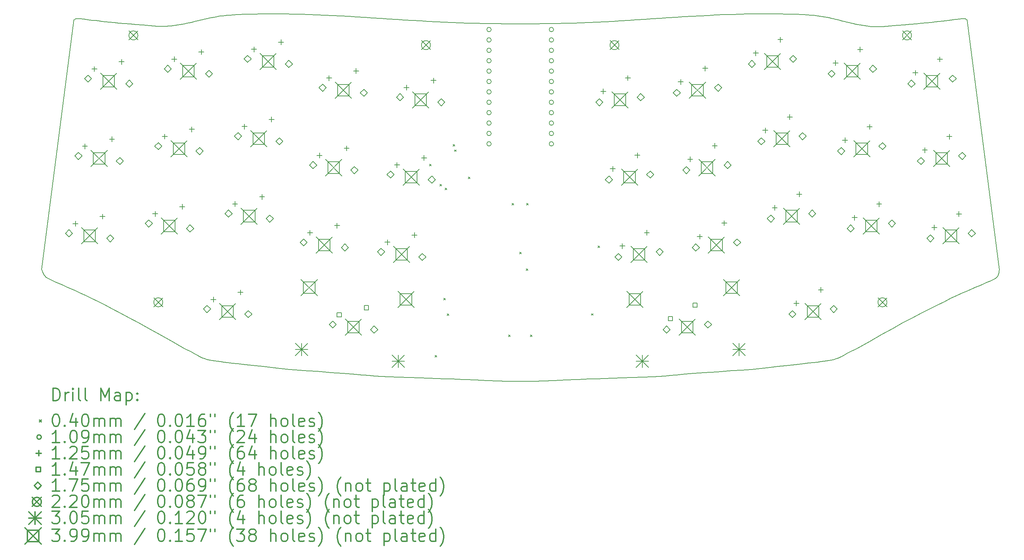
<source format=gbr>
%FSLAX45Y45*%
G04 Gerber Fmt 4.5, Leading zero omitted, Abs format (unit mm)*
G04 Created by KiCad (PCBNEW (5.1.9)-1) date 2021-09-30 23:41:37*
%MOMM*%
%LPD*%
G01*
G04 APERTURE LIST*
%TA.AperFunction,Profile*%
%ADD10C,0.200000*%
%TD*%
%ADD11C,0.200000*%
%ADD12C,0.300000*%
G04 APERTURE END LIST*
D10*
X8176252Y-12093092D02*
X7939865Y-12066799D01*
X7939865Y-12066799D02*
X7722672Y-12042770D01*
X7722672Y-12042770D02*
X7523757Y-12020844D01*
X7523757Y-12020844D02*
X7342206Y-12000860D01*
X7342206Y-12000860D02*
X7177104Y-11982658D01*
X7177104Y-11982658D02*
X7027535Y-11966078D01*
X7027535Y-11966078D02*
X6892585Y-11950959D01*
X6892585Y-11950959D02*
X6771339Y-11937142D01*
X6771339Y-11937142D02*
X6662881Y-11924465D01*
X6662881Y-11924465D02*
X6566296Y-11912770D01*
X6566296Y-11912770D02*
X6480670Y-11901894D01*
X6480670Y-11901894D02*
X6405087Y-11891679D01*
X6405087Y-11891679D02*
X6338632Y-11881963D01*
X6338632Y-11881963D02*
X6280390Y-11872587D01*
X6280390Y-11872587D02*
X6229447Y-11863390D01*
X6229447Y-11863390D02*
X6184886Y-11854211D01*
X6184886Y-11854211D02*
X6145794Y-11844891D01*
X6145794Y-11844891D02*
X6111254Y-11835269D01*
X6111254Y-11835269D02*
X6080353Y-11825185D01*
X6080353Y-11825185D02*
X6052174Y-11814479D01*
X6052174Y-11814479D02*
X6025804Y-11802990D01*
X6025804Y-11802990D02*
X6000325Y-11790557D01*
X6000325Y-11790557D02*
X5974825Y-11777022D01*
X5974825Y-11777022D02*
X5948387Y-11762222D01*
X5948387Y-11762222D02*
X5920097Y-11745999D01*
X5920097Y-11745999D02*
X5889040Y-11728191D01*
X5889040Y-11728191D02*
X5854300Y-11708639D01*
X5854300Y-11708639D02*
X5814962Y-11687182D01*
X5814962Y-11687182D02*
X5770112Y-11663659D01*
X5770112Y-11663659D02*
X5718834Y-11637911D01*
X5718834Y-11637911D02*
X5660213Y-11609777D01*
X5660213Y-11609777D02*
X5593335Y-11579098D01*
X13810486Y-12378372D02*
X13722696Y-12378370D01*
X13722696Y-12378370D02*
X13645492Y-12378350D01*
X13645492Y-12378350D02*
X13577781Y-12378293D01*
X13577781Y-12378293D02*
X13518467Y-12378182D01*
X13518467Y-12378182D02*
X13466456Y-12377997D01*
X13466456Y-12377997D02*
X13420654Y-12377722D01*
X13420654Y-12377722D02*
X13379965Y-12377338D01*
X13379965Y-12377338D02*
X13343297Y-12376826D01*
X13343297Y-12376826D02*
X13309553Y-12376169D01*
X13309553Y-12376169D02*
X13277640Y-12375348D01*
X13277640Y-12375348D02*
X13246463Y-12374346D01*
X13246463Y-12374346D02*
X13214928Y-12373143D01*
X13214928Y-12373143D02*
X13181940Y-12371723D01*
X13181940Y-12371723D02*
X13146405Y-12370066D01*
X13146405Y-12370066D02*
X13107227Y-12368154D01*
X13107227Y-12368154D02*
X13063314Y-12365970D01*
X13063314Y-12365970D02*
X13013569Y-12363495D01*
X13013569Y-12363495D02*
X12956899Y-12360711D01*
X12956899Y-12360711D02*
X12892210Y-12357600D01*
X12892210Y-12357600D02*
X12818406Y-12354144D01*
X12818406Y-12354144D02*
X12734393Y-12350324D01*
X12734393Y-12350324D02*
X12639077Y-12346123D01*
X12639077Y-12346123D02*
X12531363Y-12341522D01*
X12531363Y-12341522D02*
X12410157Y-12336502D01*
X12410157Y-12336502D02*
X12274364Y-12331047D01*
X12274364Y-12331047D02*
X12122890Y-12325137D01*
X12122890Y-12325137D02*
X11954641Y-12318755D01*
X11954641Y-12318755D02*
X11768521Y-12311882D01*
X11768521Y-12311882D02*
X11563436Y-12304501D01*
X11563436Y-12304501D02*
X11338292Y-12296592D01*
X11338292Y-12296592D02*
X11091994Y-12288138D01*
X11091994Y-12288138D02*
X10823448Y-12279121D01*
X2901443Y-3553968D02*
X2916313Y-3537524D01*
X2916313Y-3537524D02*
X2938332Y-3521150D01*
X2938332Y-3521150D02*
X2957739Y-3515432D01*
X2957739Y-3515432D02*
X2984862Y-3513606D01*
X2984862Y-3513606D02*
X3023075Y-3515447D01*
X3023075Y-3515447D02*
X3047394Y-3517671D01*
X3047394Y-3517671D02*
X3075751Y-3520726D01*
X3075751Y-3520726D02*
X3108566Y-3524585D01*
X3108566Y-3524585D02*
X3146262Y-3529218D01*
X3146262Y-3529218D02*
X3189259Y-3534597D01*
X3189259Y-3534597D02*
X3237981Y-3540694D01*
X3237981Y-3540694D02*
X3292847Y-3547481D01*
X3292847Y-3547481D02*
X3354281Y-3554929D01*
X3354281Y-3554929D02*
X3422703Y-3563009D01*
X3422703Y-3563009D02*
X3498535Y-3571694D01*
X3498535Y-3571694D02*
X3582199Y-3580955D01*
X3582199Y-3580955D02*
X3674116Y-3590764D01*
X3674116Y-3590764D02*
X3774708Y-3601092D01*
X3774708Y-3601092D02*
X3884396Y-3611910D01*
X3884396Y-3611910D02*
X4003603Y-3623191D01*
X4003603Y-3623191D02*
X4132749Y-3634907D01*
X4132749Y-3634907D02*
X4272257Y-3647028D01*
X4272257Y-3647028D02*
X4422547Y-3659526D01*
X4422547Y-3659526D02*
X4584042Y-3672374D01*
X4584042Y-3672374D02*
X4757164Y-3685542D01*
X4757164Y-3685542D02*
X4942333Y-3699002D01*
X22650450Y-3709924D02*
X22838177Y-3695471D01*
X22838177Y-3695471D02*
X23013691Y-3681373D01*
X23013691Y-3681373D02*
X23177419Y-3667655D01*
X23177419Y-3667655D02*
X23329788Y-3654345D01*
X23329788Y-3654345D02*
X23471226Y-3641467D01*
X23471226Y-3641467D02*
X23602160Y-3629050D01*
X23602160Y-3629050D02*
X23723017Y-3617118D01*
X23723017Y-3617118D02*
X23834225Y-3605699D01*
X23834225Y-3605699D02*
X23936211Y-3594819D01*
X23936211Y-3594819D02*
X24029402Y-3584504D01*
X24029402Y-3584504D02*
X24114226Y-3574781D01*
X24114226Y-3574781D02*
X24191110Y-3565676D01*
X24191110Y-3565676D02*
X24260481Y-3557215D01*
X24260481Y-3557215D02*
X24322768Y-3549425D01*
X24322768Y-3549425D02*
X24378396Y-3542332D01*
X24378396Y-3542332D02*
X24427794Y-3535962D01*
X24427794Y-3535962D02*
X24471389Y-3530343D01*
X24471389Y-3530343D02*
X24509608Y-3525499D01*
X24509608Y-3525499D02*
X24542878Y-3521459D01*
X24542878Y-3521459D02*
X24571628Y-3518247D01*
X24571628Y-3518247D02*
X24596284Y-3515890D01*
X24596284Y-3515890D02*
X24617273Y-3514416D01*
X24617273Y-3514416D02*
X24649962Y-3514217D01*
X24649962Y-3514217D02*
X24673114Y-3517862D01*
X24673114Y-3517862D02*
X24697438Y-3530998D01*
X24697438Y-3530998D02*
X24711704Y-3545174D01*
X24711704Y-3545174D02*
X24719534Y-3553968D01*
X2116329Y-9643110D02*
X2901443Y-3553968D01*
X24719534Y-3553968D02*
X25504394Y-9653016D01*
X14695932Y-3634232D02*
X14890182Y-3630260D01*
X14890182Y-3630260D02*
X15084439Y-3624845D01*
X15084439Y-3624845D02*
X15278702Y-3618116D01*
X15278702Y-3618116D02*
X15472969Y-3610200D01*
X15472969Y-3610200D02*
X15667238Y-3601227D01*
X15667238Y-3601227D02*
X15861510Y-3591325D01*
X15861510Y-3591325D02*
X16055783Y-3580622D01*
X16055783Y-3580622D02*
X16250054Y-3569248D01*
X16250054Y-3569248D02*
X16444324Y-3557330D01*
X16444324Y-3557330D02*
X16638592Y-3544998D01*
X16638592Y-3544998D02*
X16832855Y-3532380D01*
X16832855Y-3532380D02*
X17027112Y-3519604D01*
X17027112Y-3519604D02*
X17221363Y-3506799D01*
X17221363Y-3506799D02*
X17415607Y-3494094D01*
X17415607Y-3494094D02*
X17609841Y-3481617D01*
X17609841Y-3481617D02*
X17804065Y-3469496D01*
X17804065Y-3469496D02*
X17998278Y-3457861D01*
X17998278Y-3457861D02*
X18192478Y-3446840D01*
X18192478Y-3446840D02*
X18386664Y-3436561D01*
X18386664Y-3436561D02*
X18580835Y-3427154D01*
X18580835Y-3427154D02*
X18774990Y-3418746D01*
X18774990Y-3418746D02*
X18969128Y-3411466D01*
X18969128Y-3411466D02*
X19163247Y-3405442D01*
X19163247Y-3405442D02*
X19357346Y-3400804D01*
X19357346Y-3400804D02*
X19551424Y-3397680D01*
X19551424Y-3397680D02*
X19745480Y-3396199D01*
X19745480Y-3396199D02*
X19939512Y-3396488D01*
X19939512Y-3396488D02*
X20133520Y-3398677D01*
X20133520Y-3398677D02*
X20327502Y-3402894D01*
X20327502Y-3402894D02*
X20521457Y-3409268D01*
X20521457Y-3409268D02*
X20715383Y-3417927D01*
X20715383Y-3417927D02*
X20909280Y-3429000D01*
X10823448Y-12279121D02*
X10746033Y-12276546D01*
X10746033Y-12276546D02*
X10677952Y-12274263D01*
X10677952Y-12274263D02*
X10618235Y-12272222D01*
X10618235Y-12272222D02*
X10565916Y-12270373D01*
X10565916Y-12270373D02*
X10520028Y-12268666D01*
X10520028Y-12268666D02*
X10479602Y-12267050D01*
X10479602Y-12267050D02*
X10443672Y-12265476D01*
X10443672Y-12265476D02*
X10411269Y-12263894D01*
X10411269Y-12263894D02*
X10381426Y-12262252D01*
X10381426Y-12262252D02*
X10353176Y-12260503D01*
X10353176Y-12260503D02*
X10325550Y-12258594D01*
X10325550Y-12258594D02*
X10297582Y-12256477D01*
X10297582Y-12256477D02*
X10268304Y-12254100D01*
X10268304Y-12254100D02*
X10236748Y-12251415D01*
X10236748Y-12251415D02*
X10201947Y-12248370D01*
X10201947Y-12248370D02*
X10162934Y-12244916D01*
X10162934Y-12244916D02*
X10118740Y-12241002D01*
X10118740Y-12241002D02*
X10068397Y-12236579D01*
X10068397Y-12236579D02*
X10010940Y-12231596D01*
X10010940Y-12231596D02*
X9945400Y-12226003D01*
X9945400Y-12226003D02*
X9870809Y-12219751D01*
X9870809Y-12219751D02*
X9786199Y-12212788D01*
X9786199Y-12212788D02*
X9690605Y-12205066D01*
X9690605Y-12205066D02*
X9583057Y-12196533D01*
X9583057Y-12196533D02*
X9462588Y-12187140D01*
X9462588Y-12187140D02*
X9328231Y-12176837D01*
X9328231Y-12176837D02*
X9179018Y-12165573D01*
X9179018Y-12165573D02*
X9013982Y-12153298D01*
X9013982Y-12153298D02*
X8832155Y-12139963D01*
X8832155Y-12139963D02*
X8632569Y-12125517D01*
X8632569Y-12125517D02*
X8414258Y-12109910D01*
X8414258Y-12109910D02*
X8176252Y-12093092D01*
X12917932Y-3634232D02*
X12973488Y-3635120D01*
X12973488Y-3635120D02*
X13029045Y-3635952D01*
X13029045Y-3635952D02*
X13084603Y-3636726D01*
X13084603Y-3636726D02*
X13140162Y-3637442D01*
X13140162Y-3637442D02*
X13195723Y-3638101D01*
X13195723Y-3638101D02*
X13251284Y-3638703D01*
X13251284Y-3638703D02*
X13306846Y-3639248D01*
X13306846Y-3639248D02*
X13362410Y-3639735D01*
X13362410Y-3639735D02*
X13417973Y-3640165D01*
X13417973Y-3640165D02*
X13473538Y-3640538D01*
X13473538Y-3640538D02*
X13529103Y-3640853D01*
X13529103Y-3640853D02*
X13584668Y-3641111D01*
X13584668Y-3641111D02*
X13640234Y-3641312D01*
X13640234Y-3641312D02*
X13695800Y-3641455D01*
X13695800Y-3641455D02*
X13751366Y-3641541D01*
X13751366Y-3641541D02*
X13806932Y-3641570D01*
X13806932Y-3641570D02*
X13862498Y-3641541D01*
X13862498Y-3641541D02*
X13918065Y-3641455D01*
X13918065Y-3641455D02*
X13973631Y-3641312D01*
X13973631Y-3641312D02*
X14029196Y-3641111D01*
X14029196Y-3641111D02*
X14084762Y-3640853D01*
X14084762Y-3640853D02*
X14140327Y-3640538D01*
X14140327Y-3640538D02*
X14195891Y-3640165D01*
X14195891Y-3640165D02*
X14251455Y-3639735D01*
X14251455Y-3639735D02*
X14307018Y-3639248D01*
X14307018Y-3639248D02*
X14362580Y-3638704D01*
X14362580Y-3638704D02*
X14418142Y-3638102D01*
X14418142Y-3638102D02*
X14473702Y-3637442D01*
X14473702Y-3637442D02*
X14529261Y-3636726D01*
X14529261Y-3636726D02*
X14584820Y-3635952D01*
X14584820Y-3635952D02*
X14640376Y-3635120D01*
X14640376Y-3635120D02*
X14695932Y-3634232D01*
X5593335Y-11579098D02*
X5288647Y-11403491D01*
X5288647Y-11403491D02*
X5003013Y-11241195D01*
X5003013Y-11241195D02*
X4735791Y-11091622D01*
X4735791Y-11091622D02*
X4486342Y-10954182D01*
X4486342Y-10954182D02*
X4254025Y-10828287D01*
X4254025Y-10828287D02*
X4038199Y-10713349D01*
X4038199Y-10713349D02*
X3838224Y-10608780D01*
X3838224Y-10608780D02*
X3653458Y-10513991D01*
X3653458Y-10513991D02*
X3483261Y-10428393D01*
X3483261Y-10428393D02*
X3326993Y-10351398D01*
X3326993Y-10351398D02*
X3184012Y-10282418D01*
X3184012Y-10282418D02*
X3053679Y-10220865D01*
X3053679Y-10220865D02*
X2935352Y-10166149D01*
X2935352Y-10166149D02*
X2828391Y-10117682D01*
X2828391Y-10117682D02*
X2732156Y-10074877D01*
X2732156Y-10074877D02*
X2646005Y-10037144D01*
X2646005Y-10037144D02*
X2569298Y-10003895D01*
X2569298Y-10003895D02*
X2501394Y-9974542D01*
X2501394Y-9974542D02*
X2441653Y-9948495D01*
X2441653Y-9948495D02*
X2389434Y-9925168D01*
X2389434Y-9925168D02*
X2344097Y-9903971D01*
X2344097Y-9903971D02*
X2305000Y-9884316D01*
X2305000Y-9884316D02*
X2271503Y-9865614D01*
X2271503Y-9865614D02*
X2242966Y-9847277D01*
X2242966Y-9847277D02*
X2218747Y-9828717D01*
X2218747Y-9828717D02*
X2198207Y-9809345D01*
X2198207Y-9809345D02*
X2180704Y-9788572D01*
X2180704Y-9788572D02*
X2165598Y-9765811D01*
X2165598Y-9765811D02*
X2152248Y-9740473D01*
X2152248Y-9740473D02*
X2140013Y-9711968D01*
X2140013Y-9711968D02*
X2128254Y-9679710D01*
X2128254Y-9679710D02*
X2116329Y-9643110D01*
X19446470Y-12092684D02*
X19208993Y-12108393D01*
X19208993Y-12108393D02*
X18991136Y-12123034D01*
X18991136Y-12123034D02*
X18791935Y-12136650D01*
X18791935Y-12136650D02*
X18610426Y-12149285D01*
X18610426Y-12149285D02*
X18445645Y-12160980D01*
X18445645Y-12160980D02*
X18296628Y-12171780D01*
X18296628Y-12171780D02*
X18162411Y-12181726D01*
X18162411Y-12181726D02*
X18042031Y-12190863D01*
X18042031Y-12190863D02*
X17934522Y-12199234D01*
X17934522Y-12199234D02*
X17838922Y-12206880D01*
X17838922Y-12206880D02*
X17754267Y-12213846D01*
X17754267Y-12213846D02*
X17679592Y-12220175D01*
X17679592Y-12220175D02*
X17613933Y-12225908D01*
X17613933Y-12225908D02*
X17556328Y-12231091D01*
X17556328Y-12231091D02*
X17505810Y-12235764D01*
X17505810Y-12235764D02*
X17461418Y-12239973D01*
X17461418Y-12239973D02*
X17422186Y-12243758D01*
X17422186Y-12243758D02*
X17387151Y-12247165D01*
X17387151Y-12247165D02*
X17355349Y-12250235D01*
X17355349Y-12250235D02*
X17325816Y-12253012D01*
X17325816Y-12253012D02*
X17297589Y-12255538D01*
X17297589Y-12255538D02*
X17269702Y-12257858D01*
X17269702Y-12257858D02*
X17241192Y-12260013D01*
X17241192Y-12260013D02*
X17211096Y-12262047D01*
X17211096Y-12262047D02*
X17178449Y-12264003D01*
X17178449Y-12264003D02*
X17142287Y-12265923D01*
X17142287Y-12265923D02*
X17101646Y-12267852D01*
X17101646Y-12267852D02*
X17055564Y-12269832D01*
X17055564Y-12269832D02*
X17003074Y-12271906D01*
X17003074Y-12271906D02*
X16943215Y-12274116D01*
X16943215Y-12274116D02*
X16875021Y-12276507D01*
X16875021Y-12276507D02*
X16797528Y-12279121D01*
X22031452Y-11579098D02*
X21964439Y-11609653D01*
X21964439Y-11609653D02*
X21905705Y-11637678D01*
X21905705Y-11637678D02*
X21854333Y-11663332D01*
X21854333Y-11663332D02*
X21809405Y-11686775D01*
X21809405Y-11686775D02*
X21770006Y-11708166D01*
X21770006Y-11708166D02*
X21735219Y-11727664D01*
X21735219Y-11727664D02*
X21704127Y-11745428D01*
X21704127Y-11745428D02*
X21675813Y-11761620D01*
X21675813Y-11761620D02*
X21649361Y-11776396D01*
X21649361Y-11776396D02*
X21623854Y-11789919D01*
X21623854Y-11789919D02*
X21598375Y-11802345D01*
X21598375Y-11802345D02*
X21572008Y-11813836D01*
X21572008Y-11813836D02*
X21543836Y-11824551D01*
X21543836Y-11824551D02*
X21512943Y-11834648D01*
X21512943Y-11834648D02*
X21478411Y-11844288D01*
X21478411Y-11844288D02*
X21439324Y-11853630D01*
X21439324Y-11853630D02*
X21394766Y-11862833D01*
X21394766Y-11862833D02*
X21343819Y-11872058D01*
X21343819Y-11872058D02*
X21285568Y-11881462D01*
X21285568Y-11881462D02*
X21219095Y-11891207D01*
X21219095Y-11891207D02*
X21143484Y-11901450D01*
X21143484Y-11901450D02*
X21057817Y-11912352D01*
X21057817Y-11912352D02*
X20961180Y-11924073D01*
X20961180Y-11924073D02*
X20852654Y-11936771D01*
X20852654Y-11936771D02*
X20731323Y-11950606D01*
X20731323Y-11950606D02*
X20596270Y-11965738D01*
X20596270Y-11965738D02*
X20446580Y-11982325D01*
X20446580Y-11982325D02*
X20281334Y-12000528D01*
X20281334Y-12000528D02*
X20099617Y-12020506D01*
X20099617Y-12020506D02*
X19900512Y-12042418D01*
X19900512Y-12042418D02*
X19683102Y-12066425D01*
X19683102Y-12066425D02*
X19446470Y-12092684D01*
X16797528Y-12279121D02*
X16528982Y-12288138D01*
X16528982Y-12288138D02*
X16282684Y-12296592D01*
X16282684Y-12296592D02*
X16057540Y-12304500D01*
X16057540Y-12304500D02*
X15852454Y-12311881D01*
X15852454Y-12311881D02*
X15666334Y-12318754D01*
X15666334Y-12318754D02*
X15498084Y-12325135D01*
X15498084Y-12325135D02*
X15346610Y-12331044D01*
X15346610Y-12331044D02*
X15210817Y-12336499D01*
X15210817Y-12336499D02*
X15089610Y-12341517D01*
X15089610Y-12341517D02*
X14981896Y-12346118D01*
X14981896Y-12346118D02*
X14886580Y-12350319D01*
X14886580Y-12350319D02*
X14802567Y-12354138D01*
X14802567Y-12354138D02*
X14728763Y-12357593D01*
X14728763Y-12357593D02*
X14664073Y-12360704D01*
X14664073Y-12360704D02*
X14607404Y-12363487D01*
X14607404Y-12363487D02*
X14557659Y-12365961D01*
X14557659Y-12365961D02*
X14513745Y-12368145D01*
X14513745Y-12368145D02*
X14474568Y-12370056D01*
X14474568Y-12370056D02*
X14439032Y-12371712D01*
X14439032Y-12371712D02*
X14406044Y-12373133D01*
X14406044Y-12373133D02*
X14374509Y-12374335D01*
X14374509Y-12374335D02*
X14343332Y-12375338D01*
X14343332Y-12375338D02*
X14311419Y-12376159D01*
X14311419Y-12376159D02*
X14277675Y-12376816D01*
X14277675Y-12376816D02*
X14241007Y-12377328D01*
X14241007Y-12377328D02*
X14200318Y-12377713D01*
X14200318Y-12377713D02*
X14154516Y-12377989D01*
X14154516Y-12377989D02*
X14102505Y-12378175D01*
X14102505Y-12378175D02*
X14043191Y-12378287D01*
X14043191Y-12378287D02*
X13975480Y-12378346D01*
X13975480Y-12378346D02*
X13898276Y-12378368D01*
X13898276Y-12378368D02*
X13810486Y-12378372D01*
X25504394Y-9653016D02*
X25501269Y-9689348D01*
X25501269Y-9689348D02*
X25497316Y-9721314D01*
X25497316Y-9721314D02*
X25491938Y-9749505D01*
X25491938Y-9749505D02*
X25484537Y-9774509D01*
X25484537Y-9774509D02*
X25474518Y-9796919D01*
X25474518Y-9796919D02*
X25461281Y-9817325D01*
X25461281Y-9817325D02*
X25444230Y-9836317D01*
X25444230Y-9836317D02*
X25422769Y-9854486D01*
X25422769Y-9854486D02*
X25396298Y-9872423D01*
X25396298Y-9872423D02*
X25364222Y-9890717D01*
X25364222Y-9890717D02*
X25325943Y-9909961D01*
X25325943Y-9909961D02*
X25280863Y-9930743D01*
X25280863Y-9930743D02*
X25228386Y-9953655D01*
X25228386Y-9953655D02*
X25167915Y-9979287D01*
X25167915Y-9979287D02*
X25098851Y-10008231D01*
X25098851Y-10008231D02*
X25020598Y-10041076D01*
X25020598Y-10041076D02*
X24932558Y-10078413D01*
X24932558Y-10078413D02*
X24834135Y-10120832D01*
X24834135Y-10120832D02*
X24724731Y-10168925D01*
X24724731Y-10168925D02*
X24603748Y-10223281D01*
X24603748Y-10223281D02*
X24470590Y-10284492D01*
X24470590Y-10284492D02*
X24324659Y-10353147D01*
X24324659Y-10353147D02*
X24165358Y-10429838D01*
X24165358Y-10429838D02*
X23992090Y-10515155D01*
X23992090Y-10515155D02*
X23804257Y-10609689D01*
X23804257Y-10609689D02*
X23601262Y-10714030D01*
X23601262Y-10714030D02*
X23382509Y-10828769D01*
X23382509Y-10828769D02*
X23147399Y-10954496D01*
X23147399Y-10954496D02*
X22895336Y-11091801D01*
X22895336Y-11091801D02*
X22625721Y-11241276D01*
X22625721Y-11241276D02*
X22337959Y-11403512D01*
X22337959Y-11403512D02*
X22031452Y-11579098D01*
X4942333Y-3699002D02*
X4997850Y-3702033D01*
X4997850Y-3702033D02*
X5053277Y-3703299D01*
X5053277Y-3703299D02*
X5108620Y-3702901D01*
X5108620Y-3702901D02*
X5163884Y-3700943D01*
X5163884Y-3700943D02*
X5219075Y-3697526D01*
X5219075Y-3697526D02*
X5274201Y-3692754D01*
X5274201Y-3692754D02*
X5329266Y-3686729D01*
X5329266Y-3686729D02*
X5384278Y-3679553D01*
X5384278Y-3679553D02*
X5439241Y-3671330D01*
X5439241Y-3671330D02*
X5494164Y-3662162D01*
X5494164Y-3662162D02*
X5549050Y-3652151D01*
X5549050Y-3652151D02*
X5603907Y-3641400D01*
X5603907Y-3641400D02*
X5658742Y-3630012D01*
X5658742Y-3630012D02*
X5713558Y-3618089D01*
X5713558Y-3618089D02*
X5768364Y-3605734D01*
X5768364Y-3605734D02*
X5823166Y-3593050D01*
X5823166Y-3593050D02*
X5877968Y-3580138D01*
X5877968Y-3580138D02*
X5932778Y-3567102D01*
X5932778Y-3567102D02*
X5987601Y-3554045D01*
X5987601Y-3554045D02*
X6042444Y-3541068D01*
X6042444Y-3541068D02*
X6097313Y-3528275D01*
X6097313Y-3528275D02*
X6152214Y-3515767D01*
X6152214Y-3515767D02*
X6207153Y-3503649D01*
X6207153Y-3503649D02*
X6262137Y-3492021D01*
X6262137Y-3492021D02*
X6317170Y-3480988D01*
X6317170Y-3480988D02*
X6372260Y-3470651D01*
X6372260Y-3470651D02*
X6427413Y-3461113D01*
X6427413Y-3461113D02*
X6482634Y-3452477D01*
X6482634Y-3452477D02*
X6537931Y-3444845D01*
X6537931Y-3444845D02*
X6593308Y-3438319D01*
X6593308Y-3438319D02*
X6648773Y-3433004D01*
X6648773Y-3433004D02*
X6704331Y-3429000D01*
X6704331Y-3429000D02*
X6898280Y-3418646D01*
X6898280Y-3418646D02*
X7092253Y-3410615D01*
X7092253Y-3410615D02*
X7286249Y-3404782D01*
X7286249Y-3404782D02*
X7480267Y-3401024D01*
X7480267Y-3401024D02*
X7674306Y-3399216D01*
X7674306Y-3399216D02*
X7868365Y-3399234D01*
X7868365Y-3399234D02*
X8062443Y-3400954D01*
X8062443Y-3400954D02*
X8256540Y-3404253D01*
X8256540Y-3404253D02*
X8450654Y-3409005D01*
X8450654Y-3409005D02*
X8644785Y-3415088D01*
X8644785Y-3415088D02*
X8838931Y-3422376D01*
X8838931Y-3422376D02*
X9033092Y-3430746D01*
X9033092Y-3430746D02*
X9227266Y-3440073D01*
X9227266Y-3440073D02*
X9421453Y-3450235D01*
X9421453Y-3450235D02*
X9615652Y-3461105D01*
X9615652Y-3461105D02*
X9809861Y-3472562D01*
X9809861Y-3472562D02*
X10004081Y-3484479D01*
X10004081Y-3484479D02*
X10198309Y-3496734D01*
X10198309Y-3496734D02*
X10392546Y-3509202D01*
X10392546Y-3509202D02*
X10586790Y-3521759D01*
X10586790Y-3521759D02*
X10781040Y-3534281D01*
X10781040Y-3534281D02*
X10975295Y-3546645D01*
X10975295Y-3546645D02*
X11169554Y-3558725D01*
X11169554Y-3558725D02*
X11363817Y-3570397D01*
X11363817Y-3570397D02*
X11558083Y-3581539D01*
X11558083Y-3581539D02*
X11752350Y-3592025D01*
X11752350Y-3592025D02*
X11946617Y-3601732D01*
X11946617Y-3601732D02*
X12140885Y-3610535D01*
X12140885Y-3610535D02*
X12335151Y-3618311D01*
X12335151Y-3618311D02*
X12529415Y-3624935D01*
X12529415Y-3624935D02*
X12723675Y-3630283D01*
X12723675Y-3630283D02*
X12917932Y-3634232D01*
X20909280Y-3429000D02*
X20964231Y-3433212D01*
X20964231Y-3433212D02*
X21019081Y-3438785D01*
X21019081Y-3438785D02*
X21073835Y-3445614D01*
X21073835Y-3445614D02*
X21128502Y-3453590D01*
X21128502Y-3453590D02*
X21183086Y-3462607D01*
X21183086Y-3462607D02*
X21237596Y-3472559D01*
X21237596Y-3472559D02*
X21292038Y-3483339D01*
X21292038Y-3483339D02*
X21346418Y-3494840D01*
X21346418Y-3494840D02*
X21400743Y-3506956D01*
X21400743Y-3506956D02*
X21455020Y-3519579D01*
X21455020Y-3519579D02*
X21509256Y-3532604D01*
X21509256Y-3532604D02*
X21563456Y-3545924D01*
X21563456Y-3545924D02*
X21617629Y-3559432D01*
X21617629Y-3559432D02*
X21671780Y-3573021D01*
X21671780Y-3573021D02*
X21725916Y-3586584D01*
X21725916Y-3586584D02*
X21780045Y-3600016D01*
X21780045Y-3600016D02*
X21834171Y-3613209D01*
X21834171Y-3613209D02*
X21888304Y-3626056D01*
X21888304Y-3626056D02*
X21942448Y-3638451D01*
X21942448Y-3638451D02*
X21996610Y-3650288D01*
X21996610Y-3650288D02*
X22050798Y-3661460D01*
X22050798Y-3661460D02*
X22105019Y-3671859D01*
X22105019Y-3671859D02*
X22159277Y-3681380D01*
X22159277Y-3681380D02*
X22213581Y-3689915D01*
X22213581Y-3689915D02*
X22267938Y-3697358D01*
X22267938Y-3697358D02*
X22322353Y-3703603D01*
X22322353Y-3703603D02*
X22376833Y-3708542D01*
X22376833Y-3708542D02*
X22431385Y-3712069D01*
X22431385Y-3712069D02*
X22486017Y-3714077D01*
X22486017Y-3714077D02*
X22540733Y-3714460D01*
X22540733Y-3714460D02*
X22595542Y-3713112D01*
X22595542Y-3713112D02*
X22650450Y-3709924D01*
D11*
X11585260Y-7071680D02*
X11625260Y-7111680D01*
X11625260Y-7071680D02*
X11585260Y-7111680D01*
X11724960Y-11750360D02*
X11764960Y-11790360D01*
X11764960Y-11750360D02*
X11724960Y-11790360D01*
X11844340Y-7564440D02*
X11884340Y-7604440D01*
X11884340Y-7564440D02*
X11844340Y-7604440D01*
X11935780Y-10348280D02*
X11975780Y-10388280D01*
X11975780Y-10348280D02*
X11935780Y-10388280D01*
X11966260Y-7658420D02*
X12006260Y-7698420D01*
X12006260Y-7658420D02*
X11966260Y-7698420D01*
X12022140Y-10729280D02*
X12062140Y-10769280D01*
X12062140Y-10729280D02*
X12022140Y-10769280D01*
X12161840Y-6591620D02*
X12201840Y-6631620D01*
X12201840Y-6591620D02*
X12161840Y-6631620D01*
X12199940Y-6723700D02*
X12239940Y-6763700D01*
X12239940Y-6723700D02*
X12199940Y-6763700D01*
X12535220Y-7389180D02*
X12575220Y-7429180D01*
X12575220Y-7389180D02*
X12535220Y-7429180D01*
X13518200Y-11248733D02*
X13558200Y-11288733D01*
X13558200Y-11248733D02*
X13518200Y-11288733D01*
X13600718Y-8031800D02*
X13640718Y-8071800D01*
X13640718Y-8031800D02*
X13600718Y-8071800D01*
X13789980Y-9223060D02*
X13829980Y-9263060D01*
X13829980Y-9223060D02*
X13789980Y-9263060D01*
X13952540Y-9632000D02*
X13992540Y-9672000D01*
X13992540Y-9632000D02*
X13952540Y-9672000D01*
X13959282Y-8031800D02*
X13999282Y-8071800D01*
X13999282Y-8031800D02*
X13959282Y-8071800D01*
X14054140Y-11248733D02*
X14094140Y-11288733D01*
X14094140Y-11248733D02*
X14054140Y-11288733D01*
X15540040Y-10726740D02*
X15580040Y-10766740D01*
X15580040Y-10726740D02*
X15540040Y-10766740D01*
X15702600Y-9073200D02*
X15742600Y-9113200D01*
X15742600Y-9073200D02*
X15702600Y-9113200D01*
X13094970Y-3782060D02*
G75*
G03*
X13094970Y-3782060I-54610J0D01*
G01*
X13094970Y-4036060D02*
G75*
G03*
X13094970Y-4036060I-54610J0D01*
G01*
X13094970Y-4290060D02*
G75*
G03*
X13094970Y-4290060I-54610J0D01*
G01*
X13094970Y-4544060D02*
G75*
G03*
X13094970Y-4544060I-54610J0D01*
G01*
X13094970Y-4798060D02*
G75*
G03*
X13094970Y-4798060I-54610J0D01*
G01*
X13094970Y-5052060D02*
G75*
G03*
X13094970Y-5052060I-54610J0D01*
G01*
X13094970Y-5306060D02*
G75*
G03*
X13094970Y-5306060I-54610J0D01*
G01*
X13094970Y-5560060D02*
G75*
G03*
X13094970Y-5560060I-54610J0D01*
G01*
X13094970Y-5814060D02*
G75*
G03*
X13094970Y-5814060I-54610J0D01*
G01*
X13094970Y-6068060D02*
G75*
G03*
X13094970Y-6068060I-54610J0D01*
G01*
X13094970Y-6322060D02*
G75*
G03*
X13094970Y-6322060I-54610J0D01*
G01*
X13094970Y-6576060D02*
G75*
G03*
X13094970Y-6576060I-54610J0D01*
G01*
X14618970Y-3782060D02*
G75*
G03*
X14618970Y-3782060I-54610J0D01*
G01*
X14618970Y-4036060D02*
G75*
G03*
X14618970Y-4036060I-54610J0D01*
G01*
X14618970Y-4290060D02*
G75*
G03*
X14618970Y-4290060I-54610J0D01*
G01*
X14618970Y-4544060D02*
G75*
G03*
X14618970Y-4544060I-54610J0D01*
G01*
X14618970Y-4798060D02*
G75*
G03*
X14618970Y-4798060I-54610J0D01*
G01*
X14618970Y-5052060D02*
G75*
G03*
X14618970Y-5052060I-54610J0D01*
G01*
X14618970Y-5306060D02*
G75*
G03*
X14618970Y-5306060I-54610J0D01*
G01*
X14618970Y-5560060D02*
G75*
G03*
X14618970Y-5560060I-54610J0D01*
G01*
X14618970Y-5814060D02*
G75*
G03*
X14618970Y-5814060I-54610J0D01*
G01*
X14618970Y-6068060D02*
G75*
G03*
X14618970Y-6068060I-54610J0D01*
G01*
X14618970Y-6322060D02*
G75*
G03*
X14618970Y-6322060I-54610J0D01*
G01*
X14618970Y-6576060D02*
G75*
G03*
X14618970Y-6576060I-54610J0D01*
G01*
X2939053Y-8463464D02*
X2939053Y-8588464D01*
X2876553Y-8525964D02*
X3001553Y-8525964D01*
X3171214Y-6572664D02*
X3171214Y-6697664D01*
X3108714Y-6635164D02*
X3233714Y-6635164D01*
X3403375Y-4681863D02*
X3403375Y-4806863D01*
X3340875Y-4744363D02*
X3465875Y-4744363D01*
X3600274Y-8288745D02*
X3600274Y-8413745D01*
X3537774Y-8351245D02*
X3662774Y-8351245D01*
X3832436Y-6397944D02*
X3832436Y-6522944D01*
X3769936Y-6460444D02*
X3894936Y-6460444D01*
X4064597Y-4507144D02*
X4064597Y-4632144D01*
X4002097Y-4569644D02*
X4127097Y-4569644D01*
X4887894Y-8222925D02*
X4887894Y-8347925D01*
X4825394Y-8285425D02*
X4950394Y-8285425D01*
X5120055Y-6332125D02*
X5120055Y-6457125D01*
X5057555Y-6394625D02*
X5182555Y-6394625D01*
X5352216Y-4441324D02*
X5352216Y-4566324D01*
X5289716Y-4503824D02*
X5414716Y-4503824D01*
X5549115Y-8048206D02*
X5549115Y-8173206D01*
X5486615Y-8110706D02*
X5611615Y-8110706D01*
X5781276Y-6157405D02*
X5781276Y-6282405D01*
X5718776Y-6219905D02*
X5843776Y-6219905D01*
X6013437Y-4266605D02*
X6013437Y-4391605D01*
X5950937Y-4329105D02*
X6075937Y-4329105D01*
X6310208Y-10316870D02*
X6310208Y-10441870D01*
X6247708Y-10379370D02*
X6372708Y-10379370D01*
X6836734Y-7982386D02*
X6836734Y-8107386D01*
X6774234Y-8044886D02*
X6899234Y-8044886D01*
X6971429Y-10142150D02*
X6971429Y-10267150D01*
X6908929Y-10204650D02*
X7033929Y-10204650D01*
X7068895Y-6091586D02*
X7068895Y-6216586D01*
X7006395Y-6154086D02*
X7131395Y-6154086D01*
X7301056Y-4200785D02*
X7301056Y-4325785D01*
X7238556Y-4263285D02*
X7363556Y-4263285D01*
X7497956Y-7807667D02*
X7497956Y-7932667D01*
X7435456Y-7870167D02*
X7560456Y-7870167D01*
X7730117Y-5916866D02*
X7730117Y-6041866D01*
X7667617Y-5979366D02*
X7792617Y-5979366D01*
X7962278Y-4026066D02*
X7962278Y-4151066D01*
X7899778Y-4088566D02*
X8024778Y-4088566D01*
X8669494Y-8687248D02*
X8669494Y-8812248D01*
X8606994Y-8749748D02*
X8731994Y-8749748D01*
X8901656Y-6796447D02*
X8901656Y-6921447D01*
X8839156Y-6858947D02*
X8964156Y-6858947D01*
X9133817Y-4905647D02*
X9133817Y-5030647D01*
X9071317Y-4968147D02*
X9196317Y-4968147D01*
X9330716Y-8512528D02*
X9330716Y-8637528D01*
X9268216Y-8575028D02*
X9393216Y-8575028D01*
X9562877Y-6621727D02*
X9562877Y-6746727D01*
X9500377Y-6684227D02*
X9625377Y-6684227D01*
X9795038Y-4730927D02*
X9795038Y-4855927D01*
X9732538Y-4793427D02*
X9857538Y-4793427D01*
X10560295Y-8919409D02*
X10560295Y-9044409D01*
X10497795Y-8981909D02*
X10622795Y-8981909D01*
X10792456Y-7028608D02*
X10792456Y-7153608D01*
X10729956Y-7091108D02*
X10854956Y-7091108D01*
X11024617Y-5137808D02*
X11024617Y-5262808D01*
X10962117Y-5200308D02*
X11087117Y-5200308D01*
X11221516Y-8744689D02*
X11221516Y-8869689D01*
X11159017Y-8807189D02*
X11284016Y-8807189D01*
X11453677Y-6853888D02*
X11453677Y-6978888D01*
X11391177Y-6916388D02*
X11516177Y-6916388D01*
X11685839Y-4963088D02*
X11685839Y-5088088D01*
X11623339Y-5025588D02*
X11748339Y-5025588D01*
X15832063Y-5230672D02*
X15832063Y-5355672D01*
X15769563Y-5293172D02*
X15894563Y-5293172D01*
X16064224Y-7121472D02*
X16064224Y-7246472D01*
X16001724Y-7183972D02*
X16126724Y-7183972D01*
X16296385Y-9012273D02*
X16296385Y-9137273D01*
X16233885Y-9074773D02*
X16358885Y-9074773D01*
X16431375Y-4901178D02*
X16431375Y-5026178D01*
X16368875Y-4963678D02*
X16493875Y-4963678D01*
X16663536Y-6791979D02*
X16663536Y-6916979D01*
X16601036Y-6854479D02*
X16726036Y-6854479D01*
X16895697Y-8682779D02*
X16895697Y-8807779D01*
X16833197Y-8745279D02*
X16958197Y-8745279D01*
X17722863Y-4998511D02*
X17722863Y-5123511D01*
X17660363Y-5061011D02*
X17785363Y-5061011D01*
X17955024Y-6889311D02*
X17955024Y-7014311D01*
X17892524Y-6951811D02*
X18017524Y-6951811D01*
X18187185Y-8780112D02*
X18187185Y-8905112D01*
X18124685Y-8842612D02*
X18249685Y-8842612D01*
X18322175Y-4669017D02*
X18322175Y-4794017D01*
X18259675Y-4731517D02*
X18384675Y-4731517D01*
X18554336Y-6559818D02*
X18554336Y-6684818D01*
X18491836Y-6622318D02*
X18616836Y-6622318D01*
X18786497Y-8450618D02*
X18786497Y-8575618D01*
X18723997Y-8513118D02*
X18848997Y-8513118D01*
X19555623Y-4293650D02*
X19555623Y-4418650D01*
X19493123Y-4356150D02*
X19618123Y-4356150D01*
X19787784Y-6184450D02*
X19787784Y-6309450D01*
X19725284Y-6246950D02*
X19850284Y-6246950D01*
X20019946Y-8075251D02*
X20019946Y-8200251D01*
X19957446Y-8137751D02*
X20082446Y-8137751D01*
X20154935Y-3964156D02*
X20154935Y-4089156D01*
X20092435Y-4026656D02*
X20217435Y-4026656D01*
X20387096Y-5854956D02*
X20387096Y-5979956D01*
X20324596Y-5917456D02*
X20449596Y-5917456D01*
X20546472Y-10409734D02*
X20546472Y-10534734D01*
X20483972Y-10472234D02*
X20608972Y-10472234D01*
X20619258Y-7745757D02*
X20619258Y-7870757D01*
X20556758Y-7808257D02*
X20681758Y-7808257D01*
X21145784Y-10080240D02*
X21145784Y-10205240D01*
X21083284Y-10142740D02*
X21208284Y-10142740D01*
X21504464Y-4534189D02*
X21504464Y-4659189D01*
X21441964Y-4596689D02*
X21566964Y-4596689D01*
X21736625Y-6424989D02*
X21736625Y-6549989D01*
X21674125Y-6487489D02*
X21799125Y-6487489D01*
X21968786Y-8315790D02*
X21968786Y-8440790D01*
X21906286Y-8378290D02*
X22031286Y-8378290D01*
X22103776Y-4204695D02*
X22103776Y-4329695D01*
X22041276Y-4267195D02*
X22166276Y-4267195D01*
X22335937Y-6095495D02*
X22335937Y-6220495D01*
X22273437Y-6157995D02*
X22398437Y-6157995D01*
X22568098Y-7986296D02*
X22568098Y-8111296D01*
X22505598Y-8048796D02*
X22630598Y-8048796D01*
X23453305Y-4774728D02*
X23453305Y-4899728D01*
X23390805Y-4837228D02*
X23515805Y-4837228D01*
X23685466Y-6665528D02*
X23685466Y-6790528D01*
X23622966Y-6728028D02*
X23747966Y-6728028D01*
X23917627Y-8556329D02*
X23917627Y-8681329D01*
X23855127Y-8618829D02*
X23980127Y-8618829D01*
X24052617Y-4445234D02*
X24052617Y-4570234D01*
X23990117Y-4507734D02*
X24115117Y-4507734D01*
X24284778Y-6336034D02*
X24284778Y-6461034D01*
X24222278Y-6398534D02*
X24347278Y-6398534D01*
X24516939Y-8226835D02*
X24516939Y-8351835D01*
X24454439Y-8289335D02*
X24579439Y-8289335D01*
X9434706Y-10808601D02*
X9434706Y-10704656D01*
X9330761Y-10704656D01*
X9330761Y-10808601D01*
X9434706Y-10808601D01*
X10095928Y-10633882D02*
X10095928Y-10529936D01*
X9991982Y-10529936D01*
X9991982Y-10633882D01*
X10095928Y-10633882D01*
X17525919Y-10901466D02*
X17525919Y-10797520D01*
X17421974Y-10797520D01*
X17421974Y-10901466D01*
X17525919Y-10901466D01*
X18125231Y-10571972D02*
X18125231Y-10468026D01*
X18021286Y-10468026D01*
X18021286Y-10571972D01*
X18125231Y-10571972D01*
X2782045Y-8850094D02*
X2869545Y-8762594D01*
X2782045Y-8675094D01*
X2694545Y-8762594D01*
X2782045Y-8850094D01*
X3014206Y-6959293D02*
X3101706Y-6871793D01*
X3014206Y-6784293D01*
X2926706Y-6871793D01*
X3014206Y-6959293D01*
X3246367Y-5068493D02*
X3333867Y-4980993D01*
X3246367Y-4893493D01*
X3158867Y-4980993D01*
X3246367Y-5068493D01*
X3790472Y-8973913D02*
X3877972Y-8886413D01*
X3790472Y-8798913D01*
X3702972Y-8886413D01*
X3790472Y-8973913D01*
X4022633Y-7083112D02*
X4110133Y-6995612D01*
X4022633Y-6908112D01*
X3935133Y-6995612D01*
X4022633Y-7083112D01*
X4254794Y-5192312D02*
X4342294Y-5104812D01*
X4254794Y-5017312D01*
X4167294Y-5104812D01*
X4254794Y-5192312D01*
X4730886Y-8609555D02*
X4818386Y-8522055D01*
X4730886Y-8434555D01*
X4643386Y-8522055D01*
X4730886Y-8609555D01*
X4963047Y-6718754D02*
X5050547Y-6631254D01*
X4963047Y-6543754D01*
X4875547Y-6631254D01*
X4963047Y-6718754D01*
X5195208Y-4827954D02*
X5282708Y-4740454D01*
X5195208Y-4652954D01*
X5107708Y-4740454D01*
X5195208Y-4827954D01*
X5739312Y-8733374D02*
X5826812Y-8645874D01*
X5739312Y-8558374D01*
X5651812Y-8645874D01*
X5739312Y-8733374D01*
X5971473Y-6842573D02*
X6058973Y-6755073D01*
X5971473Y-6667573D01*
X5883973Y-6755073D01*
X5971473Y-6842573D01*
X6153199Y-10703499D02*
X6240699Y-10615999D01*
X6153199Y-10528499D01*
X6065699Y-10615999D01*
X6153199Y-10703499D01*
X6203634Y-4951773D02*
X6291134Y-4864273D01*
X6203634Y-4776773D01*
X6116134Y-4864273D01*
X6203634Y-4951773D01*
X6679726Y-8369016D02*
X6767226Y-8281516D01*
X6679726Y-8194016D01*
X6592226Y-8281516D01*
X6679726Y-8369016D01*
X6911887Y-6478215D02*
X6999387Y-6390715D01*
X6911887Y-6303215D01*
X6824387Y-6390715D01*
X6911887Y-6478215D01*
X7144048Y-4587415D02*
X7231548Y-4499915D01*
X7144048Y-4412415D01*
X7056548Y-4499915D01*
X7144048Y-4587415D01*
X7161626Y-10827318D02*
X7249126Y-10739818D01*
X7161626Y-10652318D01*
X7074126Y-10739818D01*
X7161626Y-10827318D01*
X7688153Y-8492835D02*
X7775653Y-8405335D01*
X7688153Y-8317835D01*
X7600653Y-8405335D01*
X7688153Y-8492835D01*
X7920314Y-6602034D02*
X8007814Y-6514534D01*
X7920314Y-6427034D01*
X7832814Y-6514534D01*
X7920314Y-6602034D01*
X8152475Y-4711234D02*
X8239975Y-4623734D01*
X8152475Y-4536234D01*
X8064975Y-4623734D01*
X8152475Y-4711234D01*
X8512486Y-9073877D02*
X8599986Y-8986377D01*
X8512486Y-8898877D01*
X8424986Y-8986377D01*
X8512486Y-9073877D01*
X8744647Y-7183076D02*
X8832147Y-7095576D01*
X8744647Y-7008076D01*
X8657147Y-7095576D01*
X8744647Y-7183076D01*
X8976809Y-5292276D02*
X9064309Y-5204776D01*
X8976809Y-5117276D01*
X8889309Y-5204776D01*
X8976809Y-5292276D01*
X9225725Y-11080758D02*
X9313225Y-10993258D01*
X9225725Y-10905758D01*
X9138225Y-10993258D01*
X9225725Y-11080758D01*
X9520913Y-9197696D02*
X9608413Y-9110196D01*
X9520913Y-9022696D01*
X9433413Y-9110196D01*
X9520913Y-9197696D01*
X9753074Y-7306895D02*
X9840574Y-7219395D01*
X9753074Y-7131895D01*
X9665574Y-7219395D01*
X9753074Y-7306895D01*
X9985235Y-5416095D02*
X10072735Y-5328595D01*
X9985235Y-5241095D01*
X9897735Y-5328595D01*
X9985235Y-5416095D01*
X10234152Y-11204577D02*
X10321652Y-11117077D01*
X10234152Y-11029577D01*
X10146652Y-11117077D01*
X10234152Y-11204577D01*
X10403287Y-9306038D02*
X10490787Y-9218538D01*
X10403287Y-9131038D01*
X10315787Y-9218538D01*
X10403287Y-9306038D01*
X10635448Y-7415237D02*
X10722948Y-7327737D01*
X10635448Y-7240237D01*
X10547948Y-7327737D01*
X10635448Y-7415237D01*
X10867609Y-5524437D02*
X10955109Y-5436937D01*
X10867609Y-5349437D01*
X10780109Y-5436937D01*
X10867609Y-5524437D01*
X11411714Y-9429857D02*
X11499214Y-9342357D01*
X11411714Y-9254857D01*
X11324214Y-9342357D01*
X11411714Y-9429857D01*
X11643875Y-7539057D02*
X11731375Y-7451557D01*
X11643875Y-7364057D01*
X11556375Y-7451557D01*
X11643875Y-7539057D01*
X11876036Y-5648256D02*
X11963536Y-5560756D01*
X11876036Y-5473256D01*
X11788536Y-5560756D01*
X11876036Y-5648256D01*
X15736964Y-5648256D02*
X15824464Y-5560756D01*
X15736964Y-5473256D01*
X15649464Y-5560756D01*
X15736964Y-5648256D01*
X15969125Y-7539057D02*
X16056625Y-7451557D01*
X15969125Y-7364057D01*
X15881625Y-7451557D01*
X15969125Y-7539057D01*
X16201286Y-9429857D02*
X16288786Y-9342357D01*
X16201286Y-9254857D01*
X16113786Y-9342357D01*
X16201286Y-9429857D01*
X16745391Y-5524437D02*
X16832891Y-5436937D01*
X16745391Y-5349437D01*
X16657891Y-5436937D01*
X16745391Y-5524437D01*
X16977552Y-7415237D02*
X17065052Y-7327737D01*
X16977552Y-7240237D01*
X16890052Y-7327737D01*
X16977552Y-7415237D01*
X17209713Y-9306038D02*
X17297213Y-9218538D01*
X17209713Y-9131038D01*
X17122213Y-9218538D01*
X17209713Y-9306038D01*
X17378848Y-11204577D02*
X17466348Y-11117077D01*
X17378848Y-11029577D01*
X17291348Y-11117077D01*
X17378848Y-11204577D01*
X17627765Y-5416095D02*
X17715265Y-5328595D01*
X17627765Y-5241095D01*
X17540265Y-5328595D01*
X17627765Y-5416095D01*
X17859926Y-7306895D02*
X17947426Y-7219395D01*
X17859926Y-7131895D01*
X17772426Y-7219395D01*
X17859926Y-7306895D01*
X18092087Y-9197696D02*
X18179587Y-9110196D01*
X18092087Y-9022696D01*
X18004587Y-9110196D01*
X18092087Y-9197696D01*
X18387275Y-11080758D02*
X18474775Y-10993258D01*
X18387275Y-10905758D01*
X18299775Y-10993258D01*
X18387275Y-11080758D01*
X18636192Y-5292276D02*
X18723692Y-5204776D01*
X18636192Y-5117276D01*
X18548692Y-5204776D01*
X18636192Y-5292276D01*
X18868353Y-7183076D02*
X18955853Y-7095576D01*
X18868353Y-7008076D01*
X18780853Y-7095576D01*
X18868353Y-7183076D01*
X19100514Y-9073877D02*
X19188014Y-8986377D01*
X19100514Y-8898877D01*
X19013014Y-8986377D01*
X19100514Y-9073877D01*
X19460525Y-4711234D02*
X19548025Y-4623734D01*
X19460525Y-4536234D01*
X19373025Y-4623734D01*
X19460525Y-4711234D01*
X19692686Y-6602034D02*
X19780186Y-6514534D01*
X19692686Y-6427034D01*
X19605186Y-6514534D01*
X19692686Y-6602034D01*
X19924847Y-8492835D02*
X20012347Y-8405335D01*
X19924847Y-8317835D01*
X19837347Y-8405335D01*
X19924847Y-8492835D01*
X20451374Y-10827318D02*
X20538874Y-10739818D01*
X20451374Y-10652318D01*
X20363874Y-10739818D01*
X20451374Y-10827318D01*
X20468952Y-4587415D02*
X20556452Y-4499915D01*
X20468952Y-4412415D01*
X20381452Y-4499915D01*
X20468952Y-4587415D01*
X20701113Y-6478215D02*
X20788613Y-6390715D01*
X20701113Y-6303215D01*
X20613613Y-6390715D01*
X20701113Y-6478215D01*
X20933274Y-8369016D02*
X21020774Y-8281516D01*
X20933274Y-8194016D01*
X20845774Y-8281516D01*
X20933274Y-8369016D01*
X21409366Y-4951773D02*
X21496866Y-4864273D01*
X21409366Y-4776773D01*
X21321866Y-4864273D01*
X21409366Y-4951773D01*
X21459801Y-10703499D02*
X21547301Y-10615999D01*
X21459801Y-10528499D01*
X21372301Y-10615999D01*
X21459801Y-10703499D01*
X21641527Y-6842573D02*
X21729027Y-6755073D01*
X21641527Y-6667573D01*
X21554027Y-6755073D01*
X21641527Y-6842573D01*
X21873688Y-8733374D02*
X21961188Y-8645874D01*
X21873688Y-8558374D01*
X21786188Y-8645874D01*
X21873688Y-8733374D01*
X22417792Y-4827954D02*
X22505292Y-4740454D01*
X22417792Y-4652954D01*
X22330292Y-4740454D01*
X22417792Y-4827954D01*
X22649953Y-6718754D02*
X22737453Y-6631254D01*
X22649953Y-6543754D01*
X22562453Y-6631254D01*
X22649953Y-6718754D01*
X22882114Y-8609555D02*
X22969614Y-8522055D01*
X22882114Y-8434555D01*
X22794614Y-8522055D01*
X22882114Y-8609555D01*
X23358206Y-5192312D02*
X23445706Y-5104812D01*
X23358206Y-5017312D01*
X23270706Y-5104812D01*
X23358206Y-5192312D01*
X23590367Y-7083112D02*
X23677867Y-6995612D01*
X23590367Y-6908112D01*
X23502867Y-6995612D01*
X23590367Y-7083112D01*
X23822528Y-8973913D02*
X23910028Y-8886413D01*
X23822528Y-8798913D01*
X23735028Y-8886413D01*
X23822528Y-8973913D01*
X24366633Y-5068493D02*
X24454133Y-4980993D01*
X24366633Y-4893493D01*
X24279133Y-4980993D01*
X24366633Y-5068493D01*
X24598794Y-6959293D02*
X24686294Y-6871793D01*
X24598794Y-6784293D01*
X24511294Y-6871793D01*
X24598794Y-6959293D01*
X24830955Y-8850094D02*
X24918455Y-8762594D01*
X24830955Y-8675094D01*
X24743455Y-8762594D01*
X24830955Y-8850094D01*
X4244720Y-3815000D02*
X4464720Y-4035000D01*
X4464720Y-3815000D02*
X4244720Y-4035000D01*
X4464720Y-3925000D02*
G75*
G03*
X4464720Y-3925000I-110000J0D01*
G01*
X4853047Y-10340000D02*
X5073047Y-10560000D01*
X5073047Y-10340000D02*
X4853047Y-10560000D01*
X5073047Y-10450000D02*
G75*
G03*
X5073047Y-10450000I-110000J0D01*
G01*
X11390000Y-4053060D02*
X11610000Y-4273060D01*
X11610000Y-4053060D02*
X11390000Y-4273060D01*
X11610000Y-4163060D02*
G75*
G03*
X11610000Y-4163060I-110000J0D01*
G01*
X15994720Y-4053060D02*
X16214720Y-4273060D01*
X16214720Y-4053060D02*
X15994720Y-4273060D01*
X16214720Y-4163060D02*
G75*
G03*
X16214720Y-4163060I-110000J0D01*
G01*
X22539953Y-10340000D02*
X22759953Y-10560000D01*
X22759953Y-10340000D02*
X22539953Y-10560000D01*
X22759953Y-10450000D02*
G75*
G03*
X22759953Y-10450000I-110000J0D01*
G01*
X23140000Y-3815000D02*
X23360000Y-4035000D01*
X23360000Y-3815000D02*
X23140000Y-4035000D01*
X23360000Y-3925000D02*
G75*
G03*
X23360000Y-3925000I-110000J0D01*
G01*
X8310663Y-11450960D02*
X8615463Y-11755760D01*
X8615463Y-11450960D02*
X8310663Y-11755760D01*
X8463063Y-11450960D02*
X8463063Y-11755760D01*
X8310663Y-11603360D02*
X8615463Y-11603360D01*
X10674163Y-11741161D02*
X10978963Y-12045961D01*
X10978963Y-11741161D02*
X10674163Y-12045961D01*
X10826563Y-11741161D02*
X10826563Y-12045961D01*
X10674163Y-11893561D02*
X10978963Y-11893561D01*
X16634037Y-11741161D02*
X16938837Y-12045961D01*
X16938837Y-11741161D02*
X16634037Y-12045961D01*
X16786437Y-11741161D02*
X16786437Y-12045961D01*
X16634037Y-11893561D02*
X16938837Y-11893561D01*
X18997537Y-11450960D02*
X19302337Y-11755760D01*
X19302337Y-11450960D02*
X18997537Y-11755760D01*
X19149937Y-11450960D02*
X19149937Y-11755760D01*
X18997537Y-11603360D02*
X19302337Y-11603360D01*
X3086868Y-8625113D02*
X3485648Y-9023893D01*
X3485648Y-8625113D02*
X3086868Y-9023893D01*
X3427250Y-8965495D02*
X3427250Y-8683512D01*
X3145267Y-8683512D01*
X3145267Y-8965495D01*
X3427250Y-8965495D01*
X3319029Y-6734313D02*
X3717809Y-7133093D01*
X3717809Y-6734313D02*
X3319029Y-7133093D01*
X3659411Y-7074694D02*
X3659411Y-6792711D01*
X3377428Y-6792711D01*
X3377428Y-7074694D01*
X3659411Y-7074694D01*
X3551190Y-4843512D02*
X3949970Y-5242292D01*
X3949970Y-4843512D02*
X3551190Y-5242292D01*
X3891572Y-5183894D02*
X3891572Y-4901911D01*
X3609589Y-4901911D01*
X3609589Y-5183894D01*
X3891572Y-5183894D01*
X5035709Y-8384574D02*
X5434489Y-8783354D01*
X5434489Y-8384574D02*
X5035709Y-8783354D01*
X5376090Y-8724956D02*
X5376090Y-8442973D01*
X5094108Y-8442973D01*
X5094108Y-8724956D01*
X5376090Y-8724956D01*
X5267870Y-6493774D02*
X5666650Y-6892554D01*
X5666650Y-6493774D02*
X5267870Y-6892554D01*
X5608251Y-6834155D02*
X5608251Y-6552172D01*
X5326269Y-6552172D01*
X5326269Y-6834155D01*
X5608251Y-6834155D01*
X5500031Y-4602973D02*
X5898811Y-5001753D01*
X5898811Y-4602973D02*
X5500031Y-5001753D01*
X5840412Y-4943355D02*
X5840412Y-4661372D01*
X5558430Y-4661372D01*
X5558430Y-4943355D01*
X5840412Y-4943355D01*
X6458023Y-10478519D02*
X6856803Y-10877299D01*
X6856803Y-10478519D02*
X6458023Y-10877299D01*
X6798404Y-10818900D02*
X6798404Y-10536917D01*
X6516421Y-10536917D01*
X6516421Y-10818900D01*
X6798404Y-10818900D01*
X6984550Y-8144035D02*
X7383330Y-8542815D01*
X7383330Y-8144035D02*
X6984550Y-8542815D01*
X7324931Y-8484417D02*
X7324931Y-8202434D01*
X7042948Y-8202434D01*
X7042948Y-8484417D01*
X7324931Y-8484417D01*
X7216711Y-6253235D02*
X7615491Y-6652015D01*
X7615491Y-6253235D02*
X7216711Y-6652015D01*
X7557092Y-6593616D02*
X7557092Y-6311633D01*
X7275109Y-6311633D01*
X7275109Y-6593616D01*
X7557092Y-6593616D01*
X7448872Y-4362434D02*
X7847652Y-4761214D01*
X7847652Y-4362434D02*
X7448872Y-4761214D01*
X7789253Y-4702816D02*
X7789253Y-4420833D01*
X7507270Y-4420833D01*
X7507270Y-4702816D01*
X7789253Y-4702816D01*
X8449402Y-9891330D02*
X8848182Y-10290110D01*
X8848182Y-9891330D02*
X8449402Y-10290110D01*
X8789783Y-10231711D02*
X8789783Y-9949728D01*
X8507800Y-9949728D01*
X8507800Y-10231711D01*
X8789783Y-10231711D01*
X8817310Y-8848896D02*
X9216090Y-9247676D01*
X9216090Y-8848896D02*
X8817310Y-9247676D01*
X9157691Y-9189278D02*
X9157691Y-8907295D01*
X8875708Y-8907295D01*
X8875708Y-9189278D01*
X9157691Y-9189278D01*
X9049471Y-6958096D02*
X9448251Y-7356876D01*
X9448251Y-6958096D02*
X9049471Y-7356876D01*
X9389852Y-7298477D02*
X9389852Y-7016494D01*
X9107869Y-7016494D01*
X9107869Y-7298477D01*
X9389852Y-7298477D01*
X9281632Y-5067296D02*
X9680412Y-5466076D01*
X9680412Y-5067296D02*
X9281632Y-5466076D01*
X9622013Y-5407677D02*
X9622013Y-5125694D01*
X9340031Y-5125694D01*
X9340031Y-5407677D01*
X9622013Y-5407677D01*
X9530549Y-10855777D02*
X9929329Y-11254557D01*
X9929329Y-10855777D02*
X9530549Y-11254557D01*
X9870930Y-11196159D02*
X9870930Y-10914176D01*
X9588947Y-10914176D01*
X9588947Y-11196159D01*
X9870930Y-11196159D01*
X10708110Y-9081058D02*
X11106890Y-9479838D01*
X11106890Y-9081058D02*
X10708110Y-9479838D01*
X11048492Y-9421439D02*
X11048492Y-9139456D01*
X10766509Y-9139456D01*
X10766509Y-9421439D01*
X11048492Y-9421439D01*
X10812902Y-10181531D02*
X11211682Y-10580311D01*
X11211682Y-10181531D02*
X10812902Y-10580311D01*
X11153284Y-10521913D02*
X11153284Y-10239930D01*
X10871301Y-10239930D01*
X10871301Y-10521913D01*
X11153284Y-10521913D01*
X10940271Y-7190257D02*
X11339051Y-7589037D01*
X11339051Y-7190257D02*
X10940271Y-7589037D01*
X11280653Y-7530638D02*
X11280653Y-7248656D01*
X10998670Y-7248656D01*
X10998670Y-7530638D01*
X11280653Y-7530638D01*
X11172432Y-5299457D02*
X11571212Y-5698237D01*
X11571212Y-5299457D02*
X11172432Y-5698237D01*
X11512814Y-5639838D02*
X11512814Y-5357855D01*
X11230831Y-5357855D01*
X11230831Y-5639838D01*
X11512814Y-5639838D01*
X16041788Y-5299457D02*
X16440568Y-5698237D01*
X16440568Y-5299457D02*
X16041788Y-5698237D01*
X16382169Y-5639838D02*
X16382169Y-5357855D01*
X16100186Y-5357855D01*
X16100186Y-5639838D01*
X16382169Y-5639838D01*
X16273949Y-7190257D02*
X16672729Y-7589037D01*
X16672729Y-7190257D02*
X16273949Y-7589037D01*
X16614330Y-7530638D02*
X16614330Y-7248656D01*
X16332347Y-7248656D01*
X16332347Y-7530638D01*
X16614330Y-7530638D01*
X16401318Y-10181531D02*
X16800098Y-10580311D01*
X16800098Y-10181531D02*
X16401318Y-10580311D01*
X16741699Y-10521913D02*
X16741699Y-10239930D01*
X16459716Y-10239930D01*
X16459716Y-10521913D01*
X16741699Y-10521913D01*
X16506110Y-9081058D02*
X16904890Y-9479838D01*
X16904890Y-9081058D02*
X16506110Y-9479838D01*
X16846491Y-9421439D02*
X16846491Y-9139456D01*
X16564508Y-9139456D01*
X16564508Y-9421439D01*
X16846491Y-9421439D01*
X17683671Y-10855777D02*
X18082451Y-11254557D01*
X18082451Y-10855777D02*
X17683671Y-11254557D01*
X18024053Y-11196159D02*
X18024053Y-10914176D01*
X17742070Y-10914176D01*
X17742070Y-11196159D01*
X18024053Y-11196159D01*
X17932588Y-5067296D02*
X18331368Y-5466076D01*
X18331368Y-5067296D02*
X17932588Y-5466076D01*
X18272970Y-5407677D02*
X18272970Y-5125694D01*
X17990987Y-5125694D01*
X17990987Y-5407677D01*
X18272970Y-5407677D01*
X18164749Y-6958096D02*
X18563529Y-7356876D01*
X18563529Y-6958096D02*
X18164749Y-7356876D01*
X18505131Y-7298477D02*
X18505131Y-7016494D01*
X18223148Y-7016494D01*
X18223148Y-7298477D01*
X18505131Y-7298477D01*
X18396910Y-8848896D02*
X18795690Y-9247676D01*
X18795690Y-8848896D02*
X18396910Y-9247676D01*
X18737292Y-9189278D02*
X18737292Y-8907295D01*
X18455309Y-8907295D01*
X18455309Y-9189278D01*
X18737292Y-9189278D01*
X18764818Y-9891330D02*
X19163598Y-10290110D01*
X19163598Y-9891330D02*
X18764818Y-10290110D01*
X19105200Y-10231711D02*
X19105200Y-9949728D01*
X18823217Y-9949728D01*
X18823217Y-10231711D01*
X19105200Y-10231711D01*
X19765348Y-4362434D02*
X20164128Y-4761214D01*
X20164128Y-4362434D02*
X19765348Y-4761214D01*
X20105730Y-4702816D02*
X20105730Y-4420833D01*
X19823747Y-4420833D01*
X19823747Y-4702816D01*
X20105730Y-4702816D01*
X19997509Y-6253235D02*
X20396289Y-6652015D01*
X20396289Y-6253235D02*
X19997509Y-6652015D01*
X20337891Y-6593616D02*
X20337891Y-6311633D01*
X20055908Y-6311633D01*
X20055908Y-6593616D01*
X20337891Y-6593616D01*
X20229670Y-8144035D02*
X20628450Y-8542815D01*
X20628450Y-8144035D02*
X20229670Y-8542815D01*
X20570052Y-8484417D02*
X20570052Y-8202434D01*
X20288069Y-8202434D01*
X20288069Y-8484417D01*
X20570052Y-8484417D01*
X20756197Y-10478519D02*
X21154977Y-10877299D01*
X21154977Y-10478519D02*
X20756197Y-10877299D01*
X21096579Y-10818900D02*
X21096579Y-10536917D01*
X20814596Y-10536917D01*
X20814596Y-10818900D01*
X21096579Y-10818900D01*
X21714189Y-4602973D02*
X22112969Y-5001753D01*
X22112969Y-4602973D02*
X21714189Y-5001753D01*
X22054570Y-4943355D02*
X22054570Y-4661372D01*
X21772588Y-4661372D01*
X21772588Y-4943355D01*
X22054570Y-4943355D01*
X21946350Y-6493774D02*
X22345130Y-6892554D01*
X22345130Y-6493774D02*
X21946350Y-6892554D01*
X22286731Y-6834155D02*
X22286731Y-6552172D01*
X22004749Y-6552172D01*
X22004749Y-6834155D01*
X22286731Y-6834155D01*
X22178511Y-8384574D02*
X22577291Y-8783354D01*
X22577291Y-8384574D02*
X22178511Y-8783354D01*
X22518892Y-8724956D02*
X22518892Y-8442973D01*
X22236910Y-8442973D01*
X22236910Y-8724956D01*
X22518892Y-8724956D01*
X23663030Y-4843512D02*
X24061810Y-5242292D01*
X24061810Y-4843512D02*
X23663030Y-5242292D01*
X24003411Y-5183894D02*
X24003411Y-4901911D01*
X23721428Y-4901911D01*
X23721428Y-5183894D01*
X24003411Y-5183894D01*
X23895191Y-6734313D02*
X24293971Y-7133093D01*
X24293971Y-6734313D02*
X23895191Y-7133093D01*
X24235572Y-7074694D02*
X24235572Y-6792711D01*
X23953589Y-6792711D01*
X23953589Y-7074694D01*
X24235572Y-7074694D01*
X24127352Y-8625113D02*
X24526132Y-9023893D01*
X24526132Y-8625113D02*
X24127352Y-9023893D01*
X24467733Y-8965495D02*
X24467733Y-8683512D01*
X24185750Y-8683512D01*
X24185750Y-8965495D01*
X24467733Y-8965495D01*
D12*
X2392757Y-12854098D02*
X2392757Y-12554098D01*
X2464186Y-12554098D01*
X2507043Y-12568384D01*
X2535614Y-12596955D01*
X2549900Y-12625527D01*
X2564186Y-12682670D01*
X2564186Y-12725527D01*
X2549900Y-12782670D01*
X2535614Y-12811241D01*
X2507043Y-12839812D01*
X2464186Y-12854098D01*
X2392757Y-12854098D01*
X2692757Y-12854098D02*
X2692757Y-12654098D01*
X2692757Y-12711241D02*
X2707043Y-12682670D01*
X2721329Y-12668384D01*
X2749900Y-12654098D01*
X2778472Y-12654098D01*
X2878471Y-12854098D02*
X2878471Y-12654098D01*
X2878471Y-12554098D02*
X2864186Y-12568384D01*
X2878471Y-12582670D01*
X2892757Y-12568384D01*
X2878471Y-12554098D01*
X2878471Y-12582670D01*
X3064186Y-12854098D02*
X3035614Y-12839812D01*
X3021329Y-12811241D01*
X3021329Y-12554098D01*
X3221329Y-12854098D02*
X3192757Y-12839812D01*
X3178471Y-12811241D01*
X3178471Y-12554098D01*
X3564186Y-12854098D02*
X3564186Y-12554098D01*
X3664186Y-12768384D01*
X3764186Y-12554098D01*
X3764186Y-12854098D01*
X4035614Y-12854098D02*
X4035614Y-12696955D01*
X4021329Y-12668384D01*
X3992757Y-12654098D01*
X3935614Y-12654098D01*
X3907043Y-12668384D01*
X4035614Y-12839812D02*
X4007043Y-12854098D01*
X3935614Y-12854098D01*
X3907043Y-12839812D01*
X3892757Y-12811241D01*
X3892757Y-12782670D01*
X3907043Y-12754098D01*
X3935614Y-12739812D01*
X4007043Y-12739812D01*
X4035614Y-12725527D01*
X4178471Y-12654098D02*
X4178471Y-12954098D01*
X4178471Y-12668384D02*
X4207043Y-12654098D01*
X4264186Y-12654098D01*
X4292757Y-12668384D01*
X4307043Y-12682670D01*
X4321329Y-12711241D01*
X4321329Y-12796955D01*
X4307043Y-12825527D01*
X4292757Y-12839812D01*
X4264186Y-12854098D01*
X4207043Y-12854098D01*
X4178471Y-12839812D01*
X4449900Y-12825527D02*
X4464186Y-12839812D01*
X4449900Y-12854098D01*
X4435614Y-12839812D01*
X4449900Y-12825527D01*
X4449900Y-12854098D01*
X4449900Y-12668384D02*
X4464186Y-12682670D01*
X4449900Y-12696955D01*
X4435614Y-12682670D01*
X4449900Y-12668384D01*
X4449900Y-12696955D01*
X2066329Y-13328384D02*
X2106329Y-13368384D01*
X2106329Y-13328384D02*
X2066329Y-13368384D01*
X2449900Y-13184098D02*
X2478472Y-13184098D01*
X2507043Y-13198384D01*
X2521329Y-13212670D01*
X2535614Y-13241241D01*
X2549900Y-13298384D01*
X2549900Y-13369812D01*
X2535614Y-13426955D01*
X2521329Y-13455527D01*
X2507043Y-13469812D01*
X2478472Y-13484098D01*
X2449900Y-13484098D01*
X2421329Y-13469812D01*
X2407043Y-13455527D01*
X2392757Y-13426955D01*
X2378472Y-13369812D01*
X2378472Y-13298384D01*
X2392757Y-13241241D01*
X2407043Y-13212670D01*
X2421329Y-13198384D01*
X2449900Y-13184098D01*
X2678472Y-13455527D02*
X2692757Y-13469812D01*
X2678472Y-13484098D01*
X2664186Y-13469812D01*
X2678472Y-13455527D01*
X2678472Y-13484098D01*
X2949900Y-13284098D02*
X2949900Y-13484098D01*
X2878471Y-13169812D02*
X2807043Y-13384098D01*
X2992757Y-13384098D01*
X3164186Y-13184098D02*
X3192757Y-13184098D01*
X3221329Y-13198384D01*
X3235614Y-13212670D01*
X3249900Y-13241241D01*
X3264186Y-13298384D01*
X3264186Y-13369812D01*
X3249900Y-13426955D01*
X3235614Y-13455527D01*
X3221329Y-13469812D01*
X3192757Y-13484098D01*
X3164186Y-13484098D01*
X3135614Y-13469812D01*
X3121329Y-13455527D01*
X3107043Y-13426955D01*
X3092757Y-13369812D01*
X3092757Y-13298384D01*
X3107043Y-13241241D01*
X3121329Y-13212670D01*
X3135614Y-13198384D01*
X3164186Y-13184098D01*
X3392757Y-13484098D02*
X3392757Y-13284098D01*
X3392757Y-13312670D02*
X3407043Y-13298384D01*
X3435614Y-13284098D01*
X3478471Y-13284098D01*
X3507043Y-13298384D01*
X3521329Y-13326955D01*
X3521329Y-13484098D01*
X3521329Y-13326955D02*
X3535614Y-13298384D01*
X3564186Y-13284098D01*
X3607043Y-13284098D01*
X3635614Y-13298384D01*
X3649900Y-13326955D01*
X3649900Y-13484098D01*
X3792757Y-13484098D02*
X3792757Y-13284098D01*
X3792757Y-13312670D02*
X3807043Y-13298384D01*
X3835614Y-13284098D01*
X3878471Y-13284098D01*
X3907043Y-13298384D01*
X3921329Y-13326955D01*
X3921329Y-13484098D01*
X3921329Y-13326955D02*
X3935614Y-13298384D01*
X3964186Y-13284098D01*
X4007043Y-13284098D01*
X4035614Y-13298384D01*
X4049900Y-13326955D01*
X4049900Y-13484098D01*
X4635614Y-13169812D02*
X4378472Y-13555527D01*
X5021329Y-13184098D02*
X5049900Y-13184098D01*
X5078472Y-13198384D01*
X5092757Y-13212670D01*
X5107043Y-13241241D01*
X5121329Y-13298384D01*
X5121329Y-13369812D01*
X5107043Y-13426955D01*
X5092757Y-13455527D01*
X5078472Y-13469812D01*
X5049900Y-13484098D01*
X5021329Y-13484098D01*
X4992757Y-13469812D01*
X4978472Y-13455527D01*
X4964186Y-13426955D01*
X4949900Y-13369812D01*
X4949900Y-13298384D01*
X4964186Y-13241241D01*
X4978472Y-13212670D01*
X4992757Y-13198384D01*
X5021329Y-13184098D01*
X5249900Y-13455527D02*
X5264186Y-13469812D01*
X5249900Y-13484098D01*
X5235614Y-13469812D01*
X5249900Y-13455527D01*
X5249900Y-13484098D01*
X5449900Y-13184098D02*
X5478472Y-13184098D01*
X5507043Y-13198384D01*
X5521329Y-13212670D01*
X5535614Y-13241241D01*
X5549900Y-13298384D01*
X5549900Y-13369812D01*
X5535614Y-13426955D01*
X5521329Y-13455527D01*
X5507043Y-13469812D01*
X5478472Y-13484098D01*
X5449900Y-13484098D01*
X5421329Y-13469812D01*
X5407043Y-13455527D01*
X5392757Y-13426955D01*
X5378472Y-13369812D01*
X5378472Y-13298384D01*
X5392757Y-13241241D01*
X5407043Y-13212670D01*
X5421329Y-13198384D01*
X5449900Y-13184098D01*
X5835614Y-13484098D02*
X5664186Y-13484098D01*
X5749900Y-13484098D02*
X5749900Y-13184098D01*
X5721329Y-13226955D01*
X5692757Y-13255527D01*
X5664186Y-13269812D01*
X6092757Y-13184098D02*
X6035614Y-13184098D01*
X6007043Y-13198384D01*
X5992757Y-13212670D01*
X5964186Y-13255527D01*
X5949900Y-13312670D01*
X5949900Y-13426955D01*
X5964186Y-13455527D01*
X5978471Y-13469812D01*
X6007043Y-13484098D01*
X6064186Y-13484098D01*
X6092757Y-13469812D01*
X6107043Y-13455527D01*
X6121329Y-13426955D01*
X6121329Y-13355527D01*
X6107043Y-13326955D01*
X6092757Y-13312670D01*
X6064186Y-13298384D01*
X6007043Y-13298384D01*
X5978471Y-13312670D01*
X5964186Y-13326955D01*
X5949900Y-13355527D01*
X6235614Y-13184098D02*
X6235614Y-13241241D01*
X6349900Y-13184098D02*
X6349900Y-13241241D01*
X6792757Y-13598384D02*
X6778471Y-13584098D01*
X6749900Y-13541241D01*
X6735614Y-13512670D01*
X6721329Y-13469812D01*
X6707043Y-13398384D01*
X6707043Y-13341241D01*
X6721329Y-13269812D01*
X6735614Y-13226955D01*
X6749900Y-13198384D01*
X6778471Y-13155527D01*
X6792757Y-13141241D01*
X7064186Y-13484098D02*
X6892757Y-13484098D01*
X6978471Y-13484098D02*
X6978471Y-13184098D01*
X6949900Y-13226955D01*
X6921329Y-13255527D01*
X6892757Y-13269812D01*
X7164186Y-13184098D02*
X7364186Y-13184098D01*
X7235614Y-13484098D01*
X7707043Y-13484098D02*
X7707043Y-13184098D01*
X7835614Y-13484098D02*
X7835614Y-13326955D01*
X7821329Y-13298384D01*
X7792757Y-13284098D01*
X7749900Y-13284098D01*
X7721329Y-13298384D01*
X7707043Y-13312670D01*
X8021329Y-13484098D02*
X7992757Y-13469812D01*
X7978471Y-13455527D01*
X7964186Y-13426955D01*
X7964186Y-13341241D01*
X7978471Y-13312670D01*
X7992757Y-13298384D01*
X8021329Y-13284098D01*
X8064186Y-13284098D01*
X8092757Y-13298384D01*
X8107043Y-13312670D01*
X8121329Y-13341241D01*
X8121329Y-13426955D01*
X8107043Y-13455527D01*
X8092757Y-13469812D01*
X8064186Y-13484098D01*
X8021329Y-13484098D01*
X8292757Y-13484098D02*
X8264186Y-13469812D01*
X8249900Y-13441241D01*
X8249900Y-13184098D01*
X8521329Y-13469812D02*
X8492757Y-13484098D01*
X8435614Y-13484098D01*
X8407043Y-13469812D01*
X8392757Y-13441241D01*
X8392757Y-13326955D01*
X8407043Y-13298384D01*
X8435614Y-13284098D01*
X8492757Y-13284098D01*
X8521329Y-13298384D01*
X8535614Y-13326955D01*
X8535614Y-13355527D01*
X8392757Y-13384098D01*
X8649900Y-13469812D02*
X8678472Y-13484098D01*
X8735614Y-13484098D01*
X8764186Y-13469812D01*
X8778472Y-13441241D01*
X8778472Y-13426955D01*
X8764186Y-13398384D01*
X8735614Y-13384098D01*
X8692757Y-13384098D01*
X8664186Y-13369812D01*
X8649900Y-13341241D01*
X8649900Y-13326955D01*
X8664186Y-13298384D01*
X8692757Y-13284098D01*
X8735614Y-13284098D01*
X8764186Y-13298384D01*
X8878472Y-13598384D02*
X8892757Y-13584098D01*
X8921329Y-13541241D01*
X8935614Y-13512670D01*
X8949900Y-13469812D01*
X8964186Y-13398384D01*
X8964186Y-13341241D01*
X8949900Y-13269812D01*
X8935614Y-13226955D01*
X8921329Y-13198384D01*
X8892757Y-13155527D01*
X8878472Y-13141241D01*
X2106329Y-13744384D02*
G75*
G03*
X2106329Y-13744384I-54610J0D01*
G01*
X2549900Y-13880098D02*
X2378472Y-13880098D01*
X2464186Y-13880098D02*
X2464186Y-13580098D01*
X2435614Y-13622955D01*
X2407043Y-13651527D01*
X2378472Y-13665812D01*
X2678472Y-13851527D02*
X2692757Y-13865812D01*
X2678472Y-13880098D01*
X2664186Y-13865812D01*
X2678472Y-13851527D01*
X2678472Y-13880098D01*
X2878471Y-13580098D02*
X2907043Y-13580098D01*
X2935614Y-13594384D01*
X2949900Y-13608670D01*
X2964186Y-13637241D01*
X2978471Y-13694384D01*
X2978471Y-13765812D01*
X2964186Y-13822955D01*
X2949900Y-13851527D01*
X2935614Y-13865812D01*
X2907043Y-13880098D01*
X2878471Y-13880098D01*
X2849900Y-13865812D01*
X2835614Y-13851527D01*
X2821329Y-13822955D01*
X2807043Y-13765812D01*
X2807043Y-13694384D01*
X2821329Y-13637241D01*
X2835614Y-13608670D01*
X2849900Y-13594384D01*
X2878471Y-13580098D01*
X3121329Y-13880098D02*
X3178471Y-13880098D01*
X3207043Y-13865812D01*
X3221329Y-13851527D01*
X3249900Y-13808670D01*
X3264186Y-13751527D01*
X3264186Y-13637241D01*
X3249900Y-13608670D01*
X3235614Y-13594384D01*
X3207043Y-13580098D01*
X3149900Y-13580098D01*
X3121329Y-13594384D01*
X3107043Y-13608670D01*
X3092757Y-13637241D01*
X3092757Y-13708670D01*
X3107043Y-13737241D01*
X3121329Y-13751527D01*
X3149900Y-13765812D01*
X3207043Y-13765812D01*
X3235614Y-13751527D01*
X3249900Y-13737241D01*
X3264186Y-13708670D01*
X3392757Y-13880098D02*
X3392757Y-13680098D01*
X3392757Y-13708670D02*
X3407043Y-13694384D01*
X3435614Y-13680098D01*
X3478471Y-13680098D01*
X3507043Y-13694384D01*
X3521329Y-13722955D01*
X3521329Y-13880098D01*
X3521329Y-13722955D02*
X3535614Y-13694384D01*
X3564186Y-13680098D01*
X3607043Y-13680098D01*
X3635614Y-13694384D01*
X3649900Y-13722955D01*
X3649900Y-13880098D01*
X3792757Y-13880098D02*
X3792757Y-13680098D01*
X3792757Y-13708670D02*
X3807043Y-13694384D01*
X3835614Y-13680098D01*
X3878471Y-13680098D01*
X3907043Y-13694384D01*
X3921329Y-13722955D01*
X3921329Y-13880098D01*
X3921329Y-13722955D02*
X3935614Y-13694384D01*
X3964186Y-13680098D01*
X4007043Y-13680098D01*
X4035614Y-13694384D01*
X4049900Y-13722955D01*
X4049900Y-13880098D01*
X4635614Y-13565812D02*
X4378472Y-13951527D01*
X5021329Y-13580098D02*
X5049900Y-13580098D01*
X5078472Y-13594384D01*
X5092757Y-13608670D01*
X5107043Y-13637241D01*
X5121329Y-13694384D01*
X5121329Y-13765812D01*
X5107043Y-13822955D01*
X5092757Y-13851527D01*
X5078472Y-13865812D01*
X5049900Y-13880098D01*
X5021329Y-13880098D01*
X4992757Y-13865812D01*
X4978472Y-13851527D01*
X4964186Y-13822955D01*
X4949900Y-13765812D01*
X4949900Y-13694384D01*
X4964186Y-13637241D01*
X4978472Y-13608670D01*
X4992757Y-13594384D01*
X5021329Y-13580098D01*
X5249900Y-13851527D02*
X5264186Y-13865812D01*
X5249900Y-13880098D01*
X5235614Y-13865812D01*
X5249900Y-13851527D01*
X5249900Y-13880098D01*
X5449900Y-13580098D02*
X5478472Y-13580098D01*
X5507043Y-13594384D01*
X5521329Y-13608670D01*
X5535614Y-13637241D01*
X5549900Y-13694384D01*
X5549900Y-13765812D01*
X5535614Y-13822955D01*
X5521329Y-13851527D01*
X5507043Y-13865812D01*
X5478472Y-13880098D01*
X5449900Y-13880098D01*
X5421329Y-13865812D01*
X5407043Y-13851527D01*
X5392757Y-13822955D01*
X5378472Y-13765812D01*
X5378472Y-13694384D01*
X5392757Y-13637241D01*
X5407043Y-13608670D01*
X5421329Y-13594384D01*
X5449900Y-13580098D01*
X5807043Y-13680098D02*
X5807043Y-13880098D01*
X5735614Y-13565812D02*
X5664186Y-13780098D01*
X5849900Y-13780098D01*
X5935614Y-13580098D02*
X6121329Y-13580098D01*
X6021329Y-13694384D01*
X6064186Y-13694384D01*
X6092757Y-13708670D01*
X6107043Y-13722955D01*
X6121329Y-13751527D01*
X6121329Y-13822955D01*
X6107043Y-13851527D01*
X6092757Y-13865812D01*
X6064186Y-13880098D01*
X5978471Y-13880098D01*
X5949900Y-13865812D01*
X5935614Y-13851527D01*
X6235614Y-13580098D02*
X6235614Y-13637241D01*
X6349900Y-13580098D02*
X6349900Y-13637241D01*
X6792757Y-13994384D02*
X6778471Y-13980098D01*
X6749900Y-13937241D01*
X6735614Y-13908670D01*
X6721329Y-13865812D01*
X6707043Y-13794384D01*
X6707043Y-13737241D01*
X6721329Y-13665812D01*
X6735614Y-13622955D01*
X6749900Y-13594384D01*
X6778471Y-13551527D01*
X6792757Y-13537241D01*
X6892757Y-13608670D02*
X6907043Y-13594384D01*
X6935614Y-13580098D01*
X7007043Y-13580098D01*
X7035614Y-13594384D01*
X7049900Y-13608670D01*
X7064186Y-13637241D01*
X7064186Y-13665812D01*
X7049900Y-13708670D01*
X6878471Y-13880098D01*
X7064186Y-13880098D01*
X7321329Y-13680098D02*
X7321329Y-13880098D01*
X7249900Y-13565812D02*
X7178471Y-13780098D01*
X7364186Y-13780098D01*
X7707043Y-13880098D02*
X7707043Y-13580098D01*
X7835614Y-13880098D02*
X7835614Y-13722955D01*
X7821329Y-13694384D01*
X7792757Y-13680098D01*
X7749900Y-13680098D01*
X7721329Y-13694384D01*
X7707043Y-13708670D01*
X8021329Y-13880098D02*
X7992757Y-13865812D01*
X7978471Y-13851527D01*
X7964186Y-13822955D01*
X7964186Y-13737241D01*
X7978471Y-13708670D01*
X7992757Y-13694384D01*
X8021329Y-13680098D01*
X8064186Y-13680098D01*
X8092757Y-13694384D01*
X8107043Y-13708670D01*
X8121329Y-13737241D01*
X8121329Y-13822955D01*
X8107043Y-13851527D01*
X8092757Y-13865812D01*
X8064186Y-13880098D01*
X8021329Y-13880098D01*
X8292757Y-13880098D02*
X8264186Y-13865812D01*
X8249900Y-13837241D01*
X8249900Y-13580098D01*
X8521329Y-13865812D02*
X8492757Y-13880098D01*
X8435614Y-13880098D01*
X8407043Y-13865812D01*
X8392757Y-13837241D01*
X8392757Y-13722955D01*
X8407043Y-13694384D01*
X8435614Y-13680098D01*
X8492757Y-13680098D01*
X8521329Y-13694384D01*
X8535614Y-13722955D01*
X8535614Y-13751527D01*
X8392757Y-13780098D01*
X8649900Y-13865812D02*
X8678472Y-13880098D01*
X8735614Y-13880098D01*
X8764186Y-13865812D01*
X8778472Y-13837241D01*
X8778472Y-13822955D01*
X8764186Y-13794384D01*
X8735614Y-13780098D01*
X8692757Y-13780098D01*
X8664186Y-13765812D01*
X8649900Y-13737241D01*
X8649900Y-13722955D01*
X8664186Y-13694384D01*
X8692757Y-13680098D01*
X8735614Y-13680098D01*
X8764186Y-13694384D01*
X8878472Y-13994384D02*
X8892757Y-13980098D01*
X8921329Y-13937241D01*
X8935614Y-13908670D01*
X8949900Y-13865812D01*
X8964186Y-13794384D01*
X8964186Y-13737241D01*
X8949900Y-13665812D01*
X8935614Y-13622955D01*
X8921329Y-13594384D01*
X8892757Y-13551527D01*
X8878472Y-13537241D01*
X2043829Y-14077884D02*
X2043829Y-14202884D01*
X1981329Y-14140384D02*
X2106329Y-14140384D01*
X2549900Y-14276098D02*
X2378472Y-14276098D01*
X2464186Y-14276098D02*
X2464186Y-13976098D01*
X2435614Y-14018955D01*
X2407043Y-14047527D01*
X2378472Y-14061812D01*
X2678472Y-14247527D02*
X2692757Y-14261812D01*
X2678472Y-14276098D01*
X2664186Y-14261812D01*
X2678472Y-14247527D01*
X2678472Y-14276098D01*
X2807043Y-14004670D02*
X2821329Y-13990384D01*
X2849900Y-13976098D01*
X2921329Y-13976098D01*
X2949900Y-13990384D01*
X2964186Y-14004670D01*
X2978471Y-14033241D01*
X2978471Y-14061812D01*
X2964186Y-14104670D01*
X2792757Y-14276098D01*
X2978471Y-14276098D01*
X3249900Y-13976098D02*
X3107043Y-13976098D01*
X3092757Y-14118955D01*
X3107043Y-14104670D01*
X3135614Y-14090384D01*
X3207043Y-14090384D01*
X3235614Y-14104670D01*
X3249900Y-14118955D01*
X3264186Y-14147527D01*
X3264186Y-14218955D01*
X3249900Y-14247527D01*
X3235614Y-14261812D01*
X3207043Y-14276098D01*
X3135614Y-14276098D01*
X3107043Y-14261812D01*
X3092757Y-14247527D01*
X3392757Y-14276098D02*
X3392757Y-14076098D01*
X3392757Y-14104670D02*
X3407043Y-14090384D01*
X3435614Y-14076098D01*
X3478471Y-14076098D01*
X3507043Y-14090384D01*
X3521329Y-14118955D01*
X3521329Y-14276098D01*
X3521329Y-14118955D02*
X3535614Y-14090384D01*
X3564186Y-14076098D01*
X3607043Y-14076098D01*
X3635614Y-14090384D01*
X3649900Y-14118955D01*
X3649900Y-14276098D01*
X3792757Y-14276098D02*
X3792757Y-14076098D01*
X3792757Y-14104670D02*
X3807043Y-14090384D01*
X3835614Y-14076098D01*
X3878471Y-14076098D01*
X3907043Y-14090384D01*
X3921329Y-14118955D01*
X3921329Y-14276098D01*
X3921329Y-14118955D02*
X3935614Y-14090384D01*
X3964186Y-14076098D01*
X4007043Y-14076098D01*
X4035614Y-14090384D01*
X4049900Y-14118955D01*
X4049900Y-14276098D01*
X4635614Y-13961812D02*
X4378472Y-14347527D01*
X5021329Y-13976098D02*
X5049900Y-13976098D01*
X5078472Y-13990384D01*
X5092757Y-14004670D01*
X5107043Y-14033241D01*
X5121329Y-14090384D01*
X5121329Y-14161812D01*
X5107043Y-14218955D01*
X5092757Y-14247527D01*
X5078472Y-14261812D01*
X5049900Y-14276098D01*
X5021329Y-14276098D01*
X4992757Y-14261812D01*
X4978472Y-14247527D01*
X4964186Y-14218955D01*
X4949900Y-14161812D01*
X4949900Y-14090384D01*
X4964186Y-14033241D01*
X4978472Y-14004670D01*
X4992757Y-13990384D01*
X5021329Y-13976098D01*
X5249900Y-14247527D02*
X5264186Y-14261812D01*
X5249900Y-14276098D01*
X5235614Y-14261812D01*
X5249900Y-14247527D01*
X5249900Y-14276098D01*
X5449900Y-13976098D02*
X5478472Y-13976098D01*
X5507043Y-13990384D01*
X5521329Y-14004670D01*
X5535614Y-14033241D01*
X5549900Y-14090384D01*
X5549900Y-14161812D01*
X5535614Y-14218955D01*
X5521329Y-14247527D01*
X5507043Y-14261812D01*
X5478472Y-14276098D01*
X5449900Y-14276098D01*
X5421329Y-14261812D01*
X5407043Y-14247527D01*
X5392757Y-14218955D01*
X5378472Y-14161812D01*
X5378472Y-14090384D01*
X5392757Y-14033241D01*
X5407043Y-14004670D01*
X5421329Y-13990384D01*
X5449900Y-13976098D01*
X5807043Y-14076098D02*
X5807043Y-14276098D01*
X5735614Y-13961812D02*
X5664186Y-14176098D01*
X5849900Y-14176098D01*
X5978471Y-14276098D02*
X6035614Y-14276098D01*
X6064186Y-14261812D01*
X6078471Y-14247527D01*
X6107043Y-14204670D01*
X6121329Y-14147527D01*
X6121329Y-14033241D01*
X6107043Y-14004670D01*
X6092757Y-13990384D01*
X6064186Y-13976098D01*
X6007043Y-13976098D01*
X5978471Y-13990384D01*
X5964186Y-14004670D01*
X5949900Y-14033241D01*
X5949900Y-14104670D01*
X5964186Y-14133241D01*
X5978471Y-14147527D01*
X6007043Y-14161812D01*
X6064186Y-14161812D01*
X6092757Y-14147527D01*
X6107043Y-14133241D01*
X6121329Y-14104670D01*
X6235614Y-13976098D02*
X6235614Y-14033241D01*
X6349900Y-13976098D02*
X6349900Y-14033241D01*
X6792757Y-14390384D02*
X6778471Y-14376098D01*
X6749900Y-14333241D01*
X6735614Y-14304670D01*
X6721329Y-14261812D01*
X6707043Y-14190384D01*
X6707043Y-14133241D01*
X6721329Y-14061812D01*
X6735614Y-14018955D01*
X6749900Y-13990384D01*
X6778471Y-13947527D01*
X6792757Y-13933241D01*
X7035614Y-13976098D02*
X6978471Y-13976098D01*
X6949900Y-13990384D01*
X6935614Y-14004670D01*
X6907043Y-14047527D01*
X6892757Y-14104670D01*
X6892757Y-14218955D01*
X6907043Y-14247527D01*
X6921329Y-14261812D01*
X6949900Y-14276098D01*
X7007043Y-14276098D01*
X7035614Y-14261812D01*
X7049900Y-14247527D01*
X7064186Y-14218955D01*
X7064186Y-14147527D01*
X7049900Y-14118955D01*
X7035614Y-14104670D01*
X7007043Y-14090384D01*
X6949900Y-14090384D01*
X6921329Y-14104670D01*
X6907043Y-14118955D01*
X6892757Y-14147527D01*
X7321329Y-14076098D02*
X7321329Y-14276098D01*
X7249900Y-13961812D02*
X7178471Y-14176098D01*
X7364186Y-14176098D01*
X7707043Y-14276098D02*
X7707043Y-13976098D01*
X7835614Y-14276098D02*
X7835614Y-14118955D01*
X7821329Y-14090384D01*
X7792757Y-14076098D01*
X7749900Y-14076098D01*
X7721329Y-14090384D01*
X7707043Y-14104670D01*
X8021329Y-14276098D02*
X7992757Y-14261812D01*
X7978471Y-14247527D01*
X7964186Y-14218955D01*
X7964186Y-14133241D01*
X7978471Y-14104670D01*
X7992757Y-14090384D01*
X8021329Y-14076098D01*
X8064186Y-14076098D01*
X8092757Y-14090384D01*
X8107043Y-14104670D01*
X8121329Y-14133241D01*
X8121329Y-14218955D01*
X8107043Y-14247527D01*
X8092757Y-14261812D01*
X8064186Y-14276098D01*
X8021329Y-14276098D01*
X8292757Y-14276098D02*
X8264186Y-14261812D01*
X8249900Y-14233241D01*
X8249900Y-13976098D01*
X8521329Y-14261812D02*
X8492757Y-14276098D01*
X8435614Y-14276098D01*
X8407043Y-14261812D01*
X8392757Y-14233241D01*
X8392757Y-14118955D01*
X8407043Y-14090384D01*
X8435614Y-14076098D01*
X8492757Y-14076098D01*
X8521329Y-14090384D01*
X8535614Y-14118955D01*
X8535614Y-14147527D01*
X8392757Y-14176098D01*
X8649900Y-14261812D02*
X8678472Y-14276098D01*
X8735614Y-14276098D01*
X8764186Y-14261812D01*
X8778472Y-14233241D01*
X8778472Y-14218955D01*
X8764186Y-14190384D01*
X8735614Y-14176098D01*
X8692757Y-14176098D01*
X8664186Y-14161812D01*
X8649900Y-14133241D01*
X8649900Y-14118955D01*
X8664186Y-14090384D01*
X8692757Y-14076098D01*
X8735614Y-14076098D01*
X8764186Y-14090384D01*
X8878472Y-14390384D02*
X8892757Y-14376098D01*
X8921329Y-14333241D01*
X8935614Y-14304670D01*
X8949900Y-14261812D01*
X8964186Y-14190384D01*
X8964186Y-14133241D01*
X8949900Y-14061812D01*
X8935614Y-14018955D01*
X8921329Y-13990384D01*
X8892757Y-13947527D01*
X8878472Y-13933241D01*
X2084801Y-14588357D02*
X2084801Y-14484411D01*
X1980856Y-14484411D01*
X1980856Y-14588357D01*
X2084801Y-14588357D01*
X2549900Y-14672098D02*
X2378472Y-14672098D01*
X2464186Y-14672098D02*
X2464186Y-14372098D01*
X2435614Y-14414955D01*
X2407043Y-14443527D01*
X2378472Y-14457812D01*
X2678472Y-14643527D02*
X2692757Y-14657812D01*
X2678472Y-14672098D01*
X2664186Y-14657812D01*
X2678472Y-14643527D01*
X2678472Y-14672098D01*
X2949900Y-14472098D02*
X2949900Y-14672098D01*
X2878471Y-14357812D02*
X2807043Y-14572098D01*
X2992757Y-14572098D01*
X3078471Y-14372098D02*
X3278471Y-14372098D01*
X3149900Y-14672098D01*
X3392757Y-14672098D02*
X3392757Y-14472098D01*
X3392757Y-14500670D02*
X3407043Y-14486384D01*
X3435614Y-14472098D01*
X3478471Y-14472098D01*
X3507043Y-14486384D01*
X3521329Y-14514955D01*
X3521329Y-14672098D01*
X3521329Y-14514955D02*
X3535614Y-14486384D01*
X3564186Y-14472098D01*
X3607043Y-14472098D01*
X3635614Y-14486384D01*
X3649900Y-14514955D01*
X3649900Y-14672098D01*
X3792757Y-14672098D02*
X3792757Y-14472098D01*
X3792757Y-14500670D02*
X3807043Y-14486384D01*
X3835614Y-14472098D01*
X3878471Y-14472098D01*
X3907043Y-14486384D01*
X3921329Y-14514955D01*
X3921329Y-14672098D01*
X3921329Y-14514955D02*
X3935614Y-14486384D01*
X3964186Y-14472098D01*
X4007043Y-14472098D01*
X4035614Y-14486384D01*
X4049900Y-14514955D01*
X4049900Y-14672098D01*
X4635614Y-14357812D02*
X4378472Y-14743527D01*
X5021329Y-14372098D02*
X5049900Y-14372098D01*
X5078472Y-14386384D01*
X5092757Y-14400670D01*
X5107043Y-14429241D01*
X5121329Y-14486384D01*
X5121329Y-14557812D01*
X5107043Y-14614955D01*
X5092757Y-14643527D01*
X5078472Y-14657812D01*
X5049900Y-14672098D01*
X5021329Y-14672098D01*
X4992757Y-14657812D01*
X4978472Y-14643527D01*
X4964186Y-14614955D01*
X4949900Y-14557812D01*
X4949900Y-14486384D01*
X4964186Y-14429241D01*
X4978472Y-14400670D01*
X4992757Y-14386384D01*
X5021329Y-14372098D01*
X5249900Y-14643527D02*
X5264186Y-14657812D01*
X5249900Y-14672098D01*
X5235614Y-14657812D01*
X5249900Y-14643527D01*
X5249900Y-14672098D01*
X5449900Y-14372098D02*
X5478472Y-14372098D01*
X5507043Y-14386384D01*
X5521329Y-14400670D01*
X5535614Y-14429241D01*
X5549900Y-14486384D01*
X5549900Y-14557812D01*
X5535614Y-14614955D01*
X5521329Y-14643527D01*
X5507043Y-14657812D01*
X5478472Y-14672098D01*
X5449900Y-14672098D01*
X5421329Y-14657812D01*
X5407043Y-14643527D01*
X5392757Y-14614955D01*
X5378472Y-14557812D01*
X5378472Y-14486384D01*
X5392757Y-14429241D01*
X5407043Y-14400670D01*
X5421329Y-14386384D01*
X5449900Y-14372098D01*
X5821329Y-14372098D02*
X5678471Y-14372098D01*
X5664186Y-14514955D01*
X5678471Y-14500670D01*
X5707043Y-14486384D01*
X5778471Y-14486384D01*
X5807043Y-14500670D01*
X5821329Y-14514955D01*
X5835614Y-14543527D01*
X5835614Y-14614955D01*
X5821329Y-14643527D01*
X5807043Y-14657812D01*
X5778471Y-14672098D01*
X5707043Y-14672098D01*
X5678471Y-14657812D01*
X5664186Y-14643527D01*
X6007043Y-14500670D02*
X5978471Y-14486384D01*
X5964186Y-14472098D01*
X5949900Y-14443527D01*
X5949900Y-14429241D01*
X5964186Y-14400670D01*
X5978471Y-14386384D01*
X6007043Y-14372098D01*
X6064186Y-14372098D01*
X6092757Y-14386384D01*
X6107043Y-14400670D01*
X6121329Y-14429241D01*
X6121329Y-14443527D01*
X6107043Y-14472098D01*
X6092757Y-14486384D01*
X6064186Y-14500670D01*
X6007043Y-14500670D01*
X5978471Y-14514955D01*
X5964186Y-14529241D01*
X5949900Y-14557812D01*
X5949900Y-14614955D01*
X5964186Y-14643527D01*
X5978471Y-14657812D01*
X6007043Y-14672098D01*
X6064186Y-14672098D01*
X6092757Y-14657812D01*
X6107043Y-14643527D01*
X6121329Y-14614955D01*
X6121329Y-14557812D01*
X6107043Y-14529241D01*
X6092757Y-14514955D01*
X6064186Y-14500670D01*
X6235614Y-14372098D02*
X6235614Y-14429241D01*
X6349900Y-14372098D02*
X6349900Y-14429241D01*
X6792757Y-14786384D02*
X6778471Y-14772098D01*
X6749900Y-14729241D01*
X6735614Y-14700670D01*
X6721329Y-14657812D01*
X6707043Y-14586384D01*
X6707043Y-14529241D01*
X6721329Y-14457812D01*
X6735614Y-14414955D01*
X6749900Y-14386384D01*
X6778471Y-14343527D01*
X6792757Y-14329241D01*
X7035614Y-14472098D02*
X7035614Y-14672098D01*
X6964186Y-14357812D02*
X6892757Y-14572098D01*
X7078471Y-14572098D01*
X7421329Y-14672098D02*
X7421329Y-14372098D01*
X7549900Y-14672098D02*
X7549900Y-14514955D01*
X7535614Y-14486384D01*
X7507043Y-14472098D01*
X7464186Y-14472098D01*
X7435614Y-14486384D01*
X7421329Y-14500670D01*
X7735614Y-14672098D02*
X7707043Y-14657812D01*
X7692757Y-14643527D01*
X7678471Y-14614955D01*
X7678471Y-14529241D01*
X7692757Y-14500670D01*
X7707043Y-14486384D01*
X7735614Y-14472098D01*
X7778471Y-14472098D01*
X7807043Y-14486384D01*
X7821329Y-14500670D01*
X7835614Y-14529241D01*
X7835614Y-14614955D01*
X7821329Y-14643527D01*
X7807043Y-14657812D01*
X7778471Y-14672098D01*
X7735614Y-14672098D01*
X8007043Y-14672098D02*
X7978471Y-14657812D01*
X7964186Y-14629241D01*
X7964186Y-14372098D01*
X8235614Y-14657812D02*
X8207043Y-14672098D01*
X8149900Y-14672098D01*
X8121329Y-14657812D01*
X8107043Y-14629241D01*
X8107043Y-14514955D01*
X8121329Y-14486384D01*
X8149900Y-14472098D01*
X8207043Y-14472098D01*
X8235614Y-14486384D01*
X8249900Y-14514955D01*
X8249900Y-14543527D01*
X8107043Y-14572098D01*
X8364186Y-14657812D02*
X8392757Y-14672098D01*
X8449900Y-14672098D01*
X8478472Y-14657812D01*
X8492757Y-14629241D01*
X8492757Y-14614955D01*
X8478472Y-14586384D01*
X8449900Y-14572098D01*
X8407043Y-14572098D01*
X8378471Y-14557812D01*
X8364186Y-14529241D01*
X8364186Y-14514955D01*
X8378471Y-14486384D01*
X8407043Y-14472098D01*
X8449900Y-14472098D01*
X8478472Y-14486384D01*
X8592757Y-14786384D02*
X8607043Y-14772098D01*
X8635614Y-14729241D01*
X8649900Y-14700670D01*
X8664186Y-14657812D01*
X8678472Y-14586384D01*
X8678472Y-14529241D01*
X8664186Y-14457812D01*
X8649900Y-14414955D01*
X8635614Y-14386384D01*
X8607043Y-14343527D01*
X8592757Y-14329241D01*
X2018829Y-15019884D02*
X2106329Y-14932384D01*
X2018829Y-14844884D01*
X1931329Y-14932384D01*
X2018829Y-15019884D01*
X2549900Y-15068098D02*
X2378472Y-15068098D01*
X2464186Y-15068098D02*
X2464186Y-14768098D01*
X2435614Y-14810955D01*
X2407043Y-14839527D01*
X2378472Y-14853812D01*
X2678472Y-15039527D02*
X2692757Y-15053812D01*
X2678472Y-15068098D01*
X2664186Y-15053812D01*
X2678472Y-15039527D01*
X2678472Y-15068098D01*
X2792757Y-14768098D02*
X2992757Y-14768098D01*
X2864186Y-15068098D01*
X3249900Y-14768098D02*
X3107043Y-14768098D01*
X3092757Y-14910955D01*
X3107043Y-14896670D01*
X3135614Y-14882384D01*
X3207043Y-14882384D01*
X3235614Y-14896670D01*
X3249900Y-14910955D01*
X3264186Y-14939527D01*
X3264186Y-15010955D01*
X3249900Y-15039527D01*
X3235614Y-15053812D01*
X3207043Y-15068098D01*
X3135614Y-15068098D01*
X3107043Y-15053812D01*
X3092757Y-15039527D01*
X3392757Y-15068098D02*
X3392757Y-14868098D01*
X3392757Y-14896670D02*
X3407043Y-14882384D01*
X3435614Y-14868098D01*
X3478471Y-14868098D01*
X3507043Y-14882384D01*
X3521329Y-14910955D01*
X3521329Y-15068098D01*
X3521329Y-14910955D02*
X3535614Y-14882384D01*
X3564186Y-14868098D01*
X3607043Y-14868098D01*
X3635614Y-14882384D01*
X3649900Y-14910955D01*
X3649900Y-15068098D01*
X3792757Y-15068098D02*
X3792757Y-14868098D01*
X3792757Y-14896670D02*
X3807043Y-14882384D01*
X3835614Y-14868098D01*
X3878471Y-14868098D01*
X3907043Y-14882384D01*
X3921329Y-14910955D01*
X3921329Y-15068098D01*
X3921329Y-14910955D02*
X3935614Y-14882384D01*
X3964186Y-14868098D01*
X4007043Y-14868098D01*
X4035614Y-14882384D01*
X4049900Y-14910955D01*
X4049900Y-15068098D01*
X4635614Y-14753812D02*
X4378472Y-15139527D01*
X5021329Y-14768098D02*
X5049900Y-14768098D01*
X5078472Y-14782384D01*
X5092757Y-14796670D01*
X5107043Y-14825241D01*
X5121329Y-14882384D01*
X5121329Y-14953812D01*
X5107043Y-15010955D01*
X5092757Y-15039527D01*
X5078472Y-15053812D01*
X5049900Y-15068098D01*
X5021329Y-15068098D01*
X4992757Y-15053812D01*
X4978472Y-15039527D01*
X4964186Y-15010955D01*
X4949900Y-14953812D01*
X4949900Y-14882384D01*
X4964186Y-14825241D01*
X4978472Y-14796670D01*
X4992757Y-14782384D01*
X5021329Y-14768098D01*
X5249900Y-15039527D02*
X5264186Y-15053812D01*
X5249900Y-15068098D01*
X5235614Y-15053812D01*
X5249900Y-15039527D01*
X5249900Y-15068098D01*
X5449900Y-14768098D02*
X5478472Y-14768098D01*
X5507043Y-14782384D01*
X5521329Y-14796670D01*
X5535614Y-14825241D01*
X5549900Y-14882384D01*
X5549900Y-14953812D01*
X5535614Y-15010955D01*
X5521329Y-15039527D01*
X5507043Y-15053812D01*
X5478472Y-15068098D01*
X5449900Y-15068098D01*
X5421329Y-15053812D01*
X5407043Y-15039527D01*
X5392757Y-15010955D01*
X5378472Y-14953812D01*
X5378472Y-14882384D01*
X5392757Y-14825241D01*
X5407043Y-14796670D01*
X5421329Y-14782384D01*
X5449900Y-14768098D01*
X5807043Y-14768098D02*
X5749900Y-14768098D01*
X5721329Y-14782384D01*
X5707043Y-14796670D01*
X5678471Y-14839527D01*
X5664186Y-14896670D01*
X5664186Y-15010955D01*
X5678471Y-15039527D01*
X5692757Y-15053812D01*
X5721329Y-15068098D01*
X5778471Y-15068098D01*
X5807043Y-15053812D01*
X5821329Y-15039527D01*
X5835614Y-15010955D01*
X5835614Y-14939527D01*
X5821329Y-14910955D01*
X5807043Y-14896670D01*
X5778471Y-14882384D01*
X5721329Y-14882384D01*
X5692757Y-14896670D01*
X5678471Y-14910955D01*
X5664186Y-14939527D01*
X5978471Y-15068098D02*
X6035614Y-15068098D01*
X6064186Y-15053812D01*
X6078471Y-15039527D01*
X6107043Y-14996670D01*
X6121329Y-14939527D01*
X6121329Y-14825241D01*
X6107043Y-14796670D01*
X6092757Y-14782384D01*
X6064186Y-14768098D01*
X6007043Y-14768098D01*
X5978471Y-14782384D01*
X5964186Y-14796670D01*
X5949900Y-14825241D01*
X5949900Y-14896670D01*
X5964186Y-14925241D01*
X5978471Y-14939527D01*
X6007043Y-14953812D01*
X6064186Y-14953812D01*
X6092757Y-14939527D01*
X6107043Y-14925241D01*
X6121329Y-14896670D01*
X6235614Y-14768098D02*
X6235614Y-14825241D01*
X6349900Y-14768098D02*
X6349900Y-14825241D01*
X6792757Y-15182384D02*
X6778471Y-15168098D01*
X6749900Y-15125241D01*
X6735614Y-15096670D01*
X6721329Y-15053812D01*
X6707043Y-14982384D01*
X6707043Y-14925241D01*
X6721329Y-14853812D01*
X6735614Y-14810955D01*
X6749900Y-14782384D01*
X6778471Y-14739527D01*
X6792757Y-14725241D01*
X7035614Y-14768098D02*
X6978471Y-14768098D01*
X6949900Y-14782384D01*
X6935614Y-14796670D01*
X6907043Y-14839527D01*
X6892757Y-14896670D01*
X6892757Y-15010955D01*
X6907043Y-15039527D01*
X6921329Y-15053812D01*
X6949900Y-15068098D01*
X7007043Y-15068098D01*
X7035614Y-15053812D01*
X7049900Y-15039527D01*
X7064186Y-15010955D01*
X7064186Y-14939527D01*
X7049900Y-14910955D01*
X7035614Y-14896670D01*
X7007043Y-14882384D01*
X6949900Y-14882384D01*
X6921329Y-14896670D01*
X6907043Y-14910955D01*
X6892757Y-14939527D01*
X7235614Y-14896670D02*
X7207043Y-14882384D01*
X7192757Y-14868098D01*
X7178471Y-14839527D01*
X7178471Y-14825241D01*
X7192757Y-14796670D01*
X7207043Y-14782384D01*
X7235614Y-14768098D01*
X7292757Y-14768098D01*
X7321329Y-14782384D01*
X7335614Y-14796670D01*
X7349900Y-14825241D01*
X7349900Y-14839527D01*
X7335614Y-14868098D01*
X7321329Y-14882384D01*
X7292757Y-14896670D01*
X7235614Y-14896670D01*
X7207043Y-14910955D01*
X7192757Y-14925241D01*
X7178471Y-14953812D01*
X7178471Y-15010955D01*
X7192757Y-15039527D01*
X7207043Y-15053812D01*
X7235614Y-15068098D01*
X7292757Y-15068098D01*
X7321329Y-15053812D01*
X7335614Y-15039527D01*
X7349900Y-15010955D01*
X7349900Y-14953812D01*
X7335614Y-14925241D01*
X7321329Y-14910955D01*
X7292757Y-14896670D01*
X7707043Y-15068098D02*
X7707043Y-14768098D01*
X7835614Y-15068098D02*
X7835614Y-14910955D01*
X7821329Y-14882384D01*
X7792757Y-14868098D01*
X7749900Y-14868098D01*
X7721329Y-14882384D01*
X7707043Y-14896670D01*
X8021329Y-15068098D02*
X7992757Y-15053812D01*
X7978471Y-15039527D01*
X7964186Y-15010955D01*
X7964186Y-14925241D01*
X7978471Y-14896670D01*
X7992757Y-14882384D01*
X8021329Y-14868098D01*
X8064186Y-14868098D01*
X8092757Y-14882384D01*
X8107043Y-14896670D01*
X8121329Y-14925241D01*
X8121329Y-15010955D01*
X8107043Y-15039527D01*
X8092757Y-15053812D01*
X8064186Y-15068098D01*
X8021329Y-15068098D01*
X8292757Y-15068098D02*
X8264186Y-15053812D01*
X8249900Y-15025241D01*
X8249900Y-14768098D01*
X8521329Y-15053812D02*
X8492757Y-15068098D01*
X8435614Y-15068098D01*
X8407043Y-15053812D01*
X8392757Y-15025241D01*
X8392757Y-14910955D01*
X8407043Y-14882384D01*
X8435614Y-14868098D01*
X8492757Y-14868098D01*
X8521329Y-14882384D01*
X8535614Y-14910955D01*
X8535614Y-14939527D01*
X8392757Y-14968098D01*
X8649900Y-15053812D02*
X8678472Y-15068098D01*
X8735614Y-15068098D01*
X8764186Y-15053812D01*
X8778472Y-15025241D01*
X8778472Y-15010955D01*
X8764186Y-14982384D01*
X8735614Y-14968098D01*
X8692757Y-14968098D01*
X8664186Y-14953812D01*
X8649900Y-14925241D01*
X8649900Y-14910955D01*
X8664186Y-14882384D01*
X8692757Y-14868098D01*
X8735614Y-14868098D01*
X8764186Y-14882384D01*
X8878472Y-15182384D02*
X8892757Y-15168098D01*
X8921329Y-15125241D01*
X8935614Y-15096670D01*
X8949900Y-15053812D01*
X8964186Y-14982384D01*
X8964186Y-14925241D01*
X8949900Y-14853812D01*
X8935614Y-14810955D01*
X8921329Y-14782384D01*
X8892757Y-14739527D01*
X8878472Y-14725241D01*
X9421329Y-15182384D02*
X9407043Y-15168098D01*
X9378472Y-15125241D01*
X9364186Y-15096670D01*
X9349900Y-15053812D01*
X9335614Y-14982384D01*
X9335614Y-14925241D01*
X9349900Y-14853812D01*
X9364186Y-14810955D01*
X9378472Y-14782384D01*
X9407043Y-14739527D01*
X9421329Y-14725241D01*
X9535614Y-14868098D02*
X9535614Y-15068098D01*
X9535614Y-14896670D02*
X9549900Y-14882384D01*
X9578472Y-14868098D01*
X9621329Y-14868098D01*
X9649900Y-14882384D01*
X9664186Y-14910955D01*
X9664186Y-15068098D01*
X9849900Y-15068098D02*
X9821329Y-15053812D01*
X9807043Y-15039527D01*
X9792757Y-15010955D01*
X9792757Y-14925241D01*
X9807043Y-14896670D01*
X9821329Y-14882384D01*
X9849900Y-14868098D01*
X9892757Y-14868098D01*
X9921329Y-14882384D01*
X9935614Y-14896670D01*
X9949900Y-14925241D01*
X9949900Y-15010955D01*
X9935614Y-15039527D01*
X9921329Y-15053812D01*
X9892757Y-15068098D01*
X9849900Y-15068098D01*
X10035614Y-14868098D02*
X10149900Y-14868098D01*
X10078472Y-14768098D02*
X10078472Y-15025241D01*
X10092757Y-15053812D01*
X10121329Y-15068098D01*
X10149900Y-15068098D01*
X10478472Y-14868098D02*
X10478472Y-15168098D01*
X10478472Y-14882384D02*
X10507043Y-14868098D01*
X10564186Y-14868098D01*
X10592757Y-14882384D01*
X10607043Y-14896670D01*
X10621329Y-14925241D01*
X10621329Y-15010955D01*
X10607043Y-15039527D01*
X10592757Y-15053812D01*
X10564186Y-15068098D01*
X10507043Y-15068098D01*
X10478472Y-15053812D01*
X10792757Y-15068098D02*
X10764186Y-15053812D01*
X10749900Y-15025241D01*
X10749900Y-14768098D01*
X11035614Y-15068098D02*
X11035614Y-14910955D01*
X11021329Y-14882384D01*
X10992757Y-14868098D01*
X10935614Y-14868098D01*
X10907043Y-14882384D01*
X11035614Y-15053812D02*
X11007043Y-15068098D01*
X10935614Y-15068098D01*
X10907043Y-15053812D01*
X10892757Y-15025241D01*
X10892757Y-14996670D01*
X10907043Y-14968098D01*
X10935614Y-14953812D01*
X11007043Y-14953812D01*
X11035614Y-14939527D01*
X11135614Y-14868098D02*
X11249900Y-14868098D01*
X11178472Y-14768098D02*
X11178472Y-15025241D01*
X11192757Y-15053812D01*
X11221329Y-15068098D01*
X11249900Y-15068098D01*
X11464186Y-15053812D02*
X11435614Y-15068098D01*
X11378471Y-15068098D01*
X11349900Y-15053812D01*
X11335614Y-15025241D01*
X11335614Y-14910955D01*
X11349900Y-14882384D01*
X11378471Y-14868098D01*
X11435614Y-14868098D01*
X11464186Y-14882384D01*
X11478471Y-14910955D01*
X11478471Y-14939527D01*
X11335614Y-14968098D01*
X11735614Y-15068098D02*
X11735614Y-14768098D01*
X11735614Y-15053812D02*
X11707043Y-15068098D01*
X11649900Y-15068098D01*
X11621329Y-15053812D01*
X11607043Y-15039527D01*
X11592757Y-15010955D01*
X11592757Y-14925241D01*
X11607043Y-14896670D01*
X11621329Y-14882384D01*
X11649900Y-14868098D01*
X11707043Y-14868098D01*
X11735614Y-14882384D01*
X11849900Y-15182384D02*
X11864186Y-15168098D01*
X11892757Y-15125241D01*
X11907043Y-15096670D01*
X11921329Y-15053812D01*
X11935614Y-14982384D01*
X11935614Y-14925241D01*
X11921329Y-14853812D01*
X11907043Y-14810955D01*
X11892757Y-14782384D01*
X11864186Y-14739527D01*
X11849900Y-14725241D01*
X1886329Y-15218384D02*
X2106329Y-15438384D01*
X2106329Y-15218384D02*
X1886329Y-15438384D01*
X2106329Y-15328384D02*
G75*
G03*
X2106329Y-15328384I-110000J0D01*
G01*
X2378472Y-15192670D02*
X2392757Y-15178384D01*
X2421329Y-15164098D01*
X2492757Y-15164098D01*
X2521329Y-15178384D01*
X2535614Y-15192670D01*
X2549900Y-15221241D01*
X2549900Y-15249812D01*
X2535614Y-15292670D01*
X2364186Y-15464098D01*
X2549900Y-15464098D01*
X2678472Y-15435527D02*
X2692757Y-15449812D01*
X2678472Y-15464098D01*
X2664186Y-15449812D01*
X2678472Y-15435527D01*
X2678472Y-15464098D01*
X2807043Y-15192670D02*
X2821329Y-15178384D01*
X2849900Y-15164098D01*
X2921329Y-15164098D01*
X2949900Y-15178384D01*
X2964186Y-15192670D01*
X2978471Y-15221241D01*
X2978471Y-15249812D01*
X2964186Y-15292670D01*
X2792757Y-15464098D01*
X2978471Y-15464098D01*
X3164186Y-15164098D02*
X3192757Y-15164098D01*
X3221329Y-15178384D01*
X3235614Y-15192670D01*
X3249900Y-15221241D01*
X3264186Y-15278384D01*
X3264186Y-15349812D01*
X3249900Y-15406955D01*
X3235614Y-15435527D01*
X3221329Y-15449812D01*
X3192757Y-15464098D01*
X3164186Y-15464098D01*
X3135614Y-15449812D01*
X3121329Y-15435527D01*
X3107043Y-15406955D01*
X3092757Y-15349812D01*
X3092757Y-15278384D01*
X3107043Y-15221241D01*
X3121329Y-15192670D01*
X3135614Y-15178384D01*
X3164186Y-15164098D01*
X3392757Y-15464098D02*
X3392757Y-15264098D01*
X3392757Y-15292670D02*
X3407043Y-15278384D01*
X3435614Y-15264098D01*
X3478471Y-15264098D01*
X3507043Y-15278384D01*
X3521329Y-15306955D01*
X3521329Y-15464098D01*
X3521329Y-15306955D02*
X3535614Y-15278384D01*
X3564186Y-15264098D01*
X3607043Y-15264098D01*
X3635614Y-15278384D01*
X3649900Y-15306955D01*
X3649900Y-15464098D01*
X3792757Y-15464098D02*
X3792757Y-15264098D01*
X3792757Y-15292670D02*
X3807043Y-15278384D01*
X3835614Y-15264098D01*
X3878471Y-15264098D01*
X3907043Y-15278384D01*
X3921329Y-15306955D01*
X3921329Y-15464098D01*
X3921329Y-15306955D02*
X3935614Y-15278384D01*
X3964186Y-15264098D01*
X4007043Y-15264098D01*
X4035614Y-15278384D01*
X4049900Y-15306955D01*
X4049900Y-15464098D01*
X4635614Y-15149812D02*
X4378472Y-15535527D01*
X5021329Y-15164098D02*
X5049900Y-15164098D01*
X5078472Y-15178384D01*
X5092757Y-15192670D01*
X5107043Y-15221241D01*
X5121329Y-15278384D01*
X5121329Y-15349812D01*
X5107043Y-15406955D01*
X5092757Y-15435527D01*
X5078472Y-15449812D01*
X5049900Y-15464098D01*
X5021329Y-15464098D01*
X4992757Y-15449812D01*
X4978472Y-15435527D01*
X4964186Y-15406955D01*
X4949900Y-15349812D01*
X4949900Y-15278384D01*
X4964186Y-15221241D01*
X4978472Y-15192670D01*
X4992757Y-15178384D01*
X5021329Y-15164098D01*
X5249900Y-15435527D02*
X5264186Y-15449812D01*
X5249900Y-15464098D01*
X5235614Y-15449812D01*
X5249900Y-15435527D01*
X5249900Y-15464098D01*
X5449900Y-15164098D02*
X5478472Y-15164098D01*
X5507043Y-15178384D01*
X5521329Y-15192670D01*
X5535614Y-15221241D01*
X5549900Y-15278384D01*
X5549900Y-15349812D01*
X5535614Y-15406955D01*
X5521329Y-15435527D01*
X5507043Y-15449812D01*
X5478472Y-15464098D01*
X5449900Y-15464098D01*
X5421329Y-15449812D01*
X5407043Y-15435527D01*
X5392757Y-15406955D01*
X5378472Y-15349812D01*
X5378472Y-15278384D01*
X5392757Y-15221241D01*
X5407043Y-15192670D01*
X5421329Y-15178384D01*
X5449900Y-15164098D01*
X5721329Y-15292670D02*
X5692757Y-15278384D01*
X5678471Y-15264098D01*
X5664186Y-15235527D01*
X5664186Y-15221241D01*
X5678471Y-15192670D01*
X5692757Y-15178384D01*
X5721329Y-15164098D01*
X5778471Y-15164098D01*
X5807043Y-15178384D01*
X5821329Y-15192670D01*
X5835614Y-15221241D01*
X5835614Y-15235527D01*
X5821329Y-15264098D01*
X5807043Y-15278384D01*
X5778471Y-15292670D01*
X5721329Y-15292670D01*
X5692757Y-15306955D01*
X5678471Y-15321241D01*
X5664186Y-15349812D01*
X5664186Y-15406955D01*
X5678471Y-15435527D01*
X5692757Y-15449812D01*
X5721329Y-15464098D01*
X5778471Y-15464098D01*
X5807043Y-15449812D01*
X5821329Y-15435527D01*
X5835614Y-15406955D01*
X5835614Y-15349812D01*
X5821329Y-15321241D01*
X5807043Y-15306955D01*
X5778471Y-15292670D01*
X5935614Y-15164098D02*
X6135614Y-15164098D01*
X6007043Y-15464098D01*
X6235614Y-15164098D02*
X6235614Y-15221241D01*
X6349900Y-15164098D02*
X6349900Y-15221241D01*
X6792757Y-15578384D02*
X6778471Y-15564098D01*
X6749900Y-15521241D01*
X6735614Y-15492670D01*
X6721329Y-15449812D01*
X6707043Y-15378384D01*
X6707043Y-15321241D01*
X6721329Y-15249812D01*
X6735614Y-15206955D01*
X6749900Y-15178384D01*
X6778471Y-15135527D01*
X6792757Y-15121241D01*
X7035614Y-15164098D02*
X6978471Y-15164098D01*
X6949900Y-15178384D01*
X6935614Y-15192670D01*
X6907043Y-15235527D01*
X6892757Y-15292670D01*
X6892757Y-15406955D01*
X6907043Y-15435527D01*
X6921329Y-15449812D01*
X6949900Y-15464098D01*
X7007043Y-15464098D01*
X7035614Y-15449812D01*
X7049900Y-15435527D01*
X7064186Y-15406955D01*
X7064186Y-15335527D01*
X7049900Y-15306955D01*
X7035614Y-15292670D01*
X7007043Y-15278384D01*
X6949900Y-15278384D01*
X6921329Y-15292670D01*
X6907043Y-15306955D01*
X6892757Y-15335527D01*
X7421329Y-15464098D02*
X7421329Y-15164098D01*
X7549900Y-15464098D02*
X7549900Y-15306955D01*
X7535614Y-15278384D01*
X7507043Y-15264098D01*
X7464186Y-15264098D01*
X7435614Y-15278384D01*
X7421329Y-15292670D01*
X7735614Y-15464098D02*
X7707043Y-15449812D01*
X7692757Y-15435527D01*
X7678471Y-15406955D01*
X7678471Y-15321241D01*
X7692757Y-15292670D01*
X7707043Y-15278384D01*
X7735614Y-15264098D01*
X7778471Y-15264098D01*
X7807043Y-15278384D01*
X7821329Y-15292670D01*
X7835614Y-15321241D01*
X7835614Y-15406955D01*
X7821329Y-15435527D01*
X7807043Y-15449812D01*
X7778471Y-15464098D01*
X7735614Y-15464098D01*
X8007043Y-15464098D02*
X7978471Y-15449812D01*
X7964186Y-15421241D01*
X7964186Y-15164098D01*
X8235614Y-15449812D02*
X8207043Y-15464098D01*
X8149900Y-15464098D01*
X8121329Y-15449812D01*
X8107043Y-15421241D01*
X8107043Y-15306955D01*
X8121329Y-15278384D01*
X8149900Y-15264098D01*
X8207043Y-15264098D01*
X8235614Y-15278384D01*
X8249900Y-15306955D01*
X8249900Y-15335527D01*
X8107043Y-15364098D01*
X8364186Y-15449812D02*
X8392757Y-15464098D01*
X8449900Y-15464098D01*
X8478472Y-15449812D01*
X8492757Y-15421241D01*
X8492757Y-15406955D01*
X8478472Y-15378384D01*
X8449900Y-15364098D01*
X8407043Y-15364098D01*
X8378471Y-15349812D01*
X8364186Y-15321241D01*
X8364186Y-15306955D01*
X8378471Y-15278384D01*
X8407043Y-15264098D01*
X8449900Y-15264098D01*
X8478472Y-15278384D01*
X8592757Y-15578384D02*
X8607043Y-15564098D01*
X8635614Y-15521241D01*
X8649900Y-15492670D01*
X8664186Y-15449812D01*
X8678472Y-15378384D01*
X8678472Y-15321241D01*
X8664186Y-15249812D01*
X8649900Y-15206955D01*
X8635614Y-15178384D01*
X8607043Y-15135527D01*
X8592757Y-15121241D01*
X9135614Y-15578384D02*
X9121329Y-15564098D01*
X9092757Y-15521241D01*
X9078472Y-15492670D01*
X9064186Y-15449812D01*
X9049900Y-15378384D01*
X9049900Y-15321241D01*
X9064186Y-15249812D01*
X9078472Y-15206955D01*
X9092757Y-15178384D01*
X9121329Y-15135527D01*
X9135614Y-15121241D01*
X9249900Y-15264098D02*
X9249900Y-15464098D01*
X9249900Y-15292670D02*
X9264186Y-15278384D01*
X9292757Y-15264098D01*
X9335614Y-15264098D01*
X9364186Y-15278384D01*
X9378472Y-15306955D01*
X9378472Y-15464098D01*
X9564186Y-15464098D02*
X9535614Y-15449812D01*
X9521329Y-15435527D01*
X9507043Y-15406955D01*
X9507043Y-15321241D01*
X9521329Y-15292670D01*
X9535614Y-15278384D01*
X9564186Y-15264098D01*
X9607043Y-15264098D01*
X9635614Y-15278384D01*
X9649900Y-15292670D01*
X9664186Y-15321241D01*
X9664186Y-15406955D01*
X9649900Y-15435527D01*
X9635614Y-15449812D01*
X9607043Y-15464098D01*
X9564186Y-15464098D01*
X9749900Y-15264098D02*
X9864186Y-15264098D01*
X9792757Y-15164098D02*
X9792757Y-15421241D01*
X9807043Y-15449812D01*
X9835614Y-15464098D01*
X9864186Y-15464098D01*
X10192757Y-15264098D02*
X10192757Y-15564098D01*
X10192757Y-15278384D02*
X10221329Y-15264098D01*
X10278472Y-15264098D01*
X10307043Y-15278384D01*
X10321329Y-15292670D01*
X10335614Y-15321241D01*
X10335614Y-15406955D01*
X10321329Y-15435527D01*
X10307043Y-15449812D01*
X10278472Y-15464098D01*
X10221329Y-15464098D01*
X10192757Y-15449812D01*
X10507043Y-15464098D02*
X10478472Y-15449812D01*
X10464186Y-15421241D01*
X10464186Y-15164098D01*
X10749900Y-15464098D02*
X10749900Y-15306955D01*
X10735614Y-15278384D01*
X10707043Y-15264098D01*
X10649900Y-15264098D01*
X10621329Y-15278384D01*
X10749900Y-15449812D02*
X10721329Y-15464098D01*
X10649900Y-15464098D01*
X10621329Y-15449812D01*
X10607043Y-15421241D01*
X10607043Y-15392670D01*
X10621329Y-15364098D01*
X10649900Y-15349812D01*
X10721329Y-15349812D01*
X10749900Y-15335527D01*
X10849900Y-15264098D02*
X10964186Y-15264098D01*
X10892757Y-15164098D02*
X10892757Y-15421241D01*
X10907043Y-15449812D01*
X10935614Y-15464098D01*
X10964186Y-15464098D01*
X11178472Y-15449812D02*
X11149900Y-15464098D01*
X11092757Y-15464098D01*
X11064186Y-15449812D01*
X11049900Y-15421241D01*
X11049900Y-15306955D01*
X11064186Y-15278384D01*
X11092757Y-15264098D01*
X11149900Y-15264098D01*
X11178472Y-15278384D01*
X11192757Y-15306955D01*
X11192757Y-15335527D01*
X11049900Y-15364098D01*
X11449900Y-15464098D02*
X11449900Y-15164098D01*
X11449900Y-15449812D02*
X11421329Y-15464098D01*
X11364186Y-15464098D01*
X11335614Y-15449812D01*
X11321329Y-15435527D01*
X11307043Y-15406955D01*
X11307043Y-15321241D01*
X11321329Y-15292670D01*
X11335614Y-15278384D01*
X11364186Y-15264098D01*
X11421329Y-15264098D01*
X11449900Y-15278384D01*
X11564186Y-15578384D02*
X11578471Y-15564098D01*
X11607043Y-15521241D01*
X11621329Y-15492670D01*
X11635614Y-15449812D01*
X11649900Y-15378384D01*
X11649900Y-15321241D01*
X11635614Y-15249812D01*
X11621329Y-15206955D01*
X11607043Y-15178384D01*
X11578471Y-15135527D01*
X11564186Y-15121241D01*
X1801529Y-15571984D02*
X2106329Y-15876784D01*
X2106329Y-15571984D02*
X1801529Y-15876784D01*
X1953929Y-15571984D02*
X1953929Y-15876784D01*
X1801529Y-15724384D02*
X2106329Y-15724384D01*
X2364186Y-15560098D02*
X2549900Y-15560098D01*
X2449900Y-15674384D01*
X2492757Y-15674384D01*
X2521329Y-15688670D01*
X2535614Y-15702955D01*
X2549900Y-15731527D01*
X2549900Y-15802955D01*
X2535614Y-15831527D01*
X2521329Y-15845812D01*
X2492757Y-15860098D01*
X2407043Y-15860098D01*
X2378472Y-15845812D01*
X2364186Y-15831527D01*
X2678472Y-15831527D02*
X2692757Y-15845812D01*
X2678472Y-15860098D01*
X2664186Y-15845812D01*
X2678472Y-15831527D01*
X2678472Y-15860098D01*
X2878471Y-15560098D02*
X2907043Y-15560098D01*
X2935614Y-15574384D01*
X2949900Y-15588670D01*
X2964186Y-15617241D01*
X2978471Y-15674384D01*
X2978471Y-15745812D01*
X2964186Y-15802955D01*
X2949900Y-15831527D01*
X2935614Y-15845812D01*
X2907043Y-15860098D01*
X2878471Y-15860098D01*
X2849900Y-15845812D01*
X2835614Y-15831527D01*
X2821329Y-15802955D01*
X2807043Y-15745812D01*
X2807043Y-15674384D01*
X2821329Y-15617241D01*
X2835614Y-15588670D01*
X2849900Y-15574384D01*
X2878471Y-15560098D01*
X3249900Y-15560098D02*
X3107043Y-15560098D01*
X3092757Y-15702955D01*
X3107043Y-15688670D01*
X3135614Y-15674384D01*
X3207043Y-15674384D01*
X3235614Y-15688670D01*
X3249900Y-15702955D01*
X3264186Y-15731527D01*
X3264186Y-15802955D01*
X3249900Y-15831527D01*
X3235614Y-15845812D01*
X3207043Y-15860098D01*
X3135614Y-15860098D01*
X3107043Y-15845812D01*
X3092757Y-15831527D01*
X3392757Y-15860098D02*
X3392757Y-15660098D01*
X3392757Y-15688670D02*
X3407043Y-15674384D01*
X3435614Y-15660098D01*
X3478471Y-15660098D01*
X3507043Y-15674384D01*
X3521329Y-15702955D01*
X3521329Y-15860098D01*
X3521329Y-15702955D02*
X3535614Y-15674384D01*
X3564186Y-15660098D01*
X3607043Y-15660098D01*
X3635614Y-15674384D01*
X3649900Y-15702955D01*
X3649900Y-15860098D01*
X3792757Y-15860098D02*
X3792757Y-15660098D01*
X3792757Y-15688670D02*
X3807043Y-15674384D01*
X3835614Y-15660098D01*
X3878471Y-15660098D01*
X3907043Y-15674384D01*
X3921329Y-15702955D01*
X3921329Y-15860098D01*
X3921329Y-15702955D02*
X3935614Y-15674384D01*
X3964186Y-15660098D01*
X4007043Y-15660098D01*
X4035614Y-15674384D01*
X4049900Y-15702955D01*
X4049900Y-15860098D01*
X4635614Y-15545812D02*
X4378472Y-15931527D01*
X5021329Y-15560098D02*
X5049900Y-15560098D01*
X5078472Y-15574384D01*
X5092757Y-15588670D01*
X5107043Y-15617241D01*
X5121329Y-15674384D01*
X5121329Y-15745812D01*
X5107043Y-15802955D01*
X5092757Y-15831527D01*
X5078472Y-15845812D01*
X5049900Y-15860098D01*
X5021329Y-15860098D01*
X4992757Y-15845812D01*
X4978472Y-15831527D01*
X4964186Y-15802955D01*
X4949900Y-15745812D01*
X4949900Y-15674384D01*
X4964186Y-15617241D01*
X4978472Y-15588670D01*
X4992757Y-15574384D01*
X5021329Y-15560098D01*
X5249900Y-15831527D02*
X5264186Y-15845812D01*
X5249900Y-15860098D01*
X5235614Y-15845812D01*
X5249900Y-15831527D01*
X5249900Y-15860098D01*
X5549900Y-15860098D02*
X5378472Y-15860098D01*
X5464186Y-15860098D02*
X5464186Y-15560098D01*
X5435614Y-15602955D01*
X5407043Y-15631527D01*
X5378472Y-15645812D01*
X5664186Y-15588670D02*
X5678471Y-15574384D01*
X5707043Y-15560098D01*
X5778471Y-15560098D01*
X5807043Y-15574384D01*
X5821329Y-15588670D01*
X5835614Y-15617241D01*
X5835614Y-15645812D01*
X5821329Y-15688670D01*
X5649900Y-15860098D01*
X5835614Y-15860098D01*
X6021329Y-15560098D02*
X6049900Y-15560098D01*
X6078471Y-15574384D01*
X6092757Y-15588670D01*
X6107043Y-15617241D01*
X6121329Y-15674384D01*
X6121329Y-15745812D01*
X6107043Y-15802955D01*
X6092757Y-15831527D01*
X6078471Y-15845812D01*
X6049900Y-15860098D01*
X6021329Y-15860098D01*
X5992757Y-15845812D01*
X5978471Y-15831527D01*
X5964186Y-15802955D01*
X5949900Y-15745812D01*
X5949900Y-15674384D01*
X5964186Y-15617241D01*
X5978471Y-15588670D01*
X5992757Y-15574384D01*
X6021329Y-15560098D01*
X6235614Y-15560098D02*
X6235614Y-15617241D01*
X6349900Y-15560098D02*
X6349900Y-15617241D01*
X6792757Y-15974384D02*
X6778471Y-15960098D01*
X6749900Y-15917241D01*
X6735614Y-15888670D01*
X6721329Y-15845812D01*
X6707043Y-15774384D01*
X6707043Y-15717241D01*
X6721329Y-15645812D01*
X6735614Y-15602955D01*
X6749900Y-15574384D01*
X6778471Y-15531527D01*
X6792757Y-15517241D01*
X7035614Y-15660098D02*
X7035614Y-15860098D01*
X6964186Y-15545812D02*
X6892757Y-15760098D01*
X7078471Y-15760098D01*
X7421329Y-15860098D02*
X7421329Y-15560098D01*
X7549900Y-15860098D02*
X7549900Y-15702955D01*
X7535614Y-15674384D01*
X7507043Y-15660098D01*
X7464186Y-15660098D01*
X7435614Y-15674384D01*
X7421329Y-15688670D01*
X7735614Y-15860098D02*
X7707043Y-15845812D01*
X7692757Y-15831527D01*
X7678471Y-15802955D01*
X7678471Y-15717241D01*
X7692757Y-15688670D01*
X7707043Y-15674384D01*
X7735614Y-15660098D01*
X7778471Y-15660098D01*
X7807043Y-15674384D01*
X7821329Y-15688670D01*
X7835614Y-15717241D01*
X7835614Y-15802955D01*
X7821329Y-15831527D01*
X7807043Y-15845812D01*
X7778471Y-15860098D01*
X7735614Y-15860098D01*
X8007043Y-15860098D02*
X7978471Y-15845812D01*
X7964186Y-15817241D01*
X7964186Y-15560098D01*
X8235614Y-15845812D02*
X8207043Y-15860098D01*
X8149900Y-15860098D01*
X8121329Y-15845812D01*
X8107043Y-15817241D01*
X8107043Y-15702955D01*
X8121329Y-15674384D01*
X8149900Y-15660098D01*
X8207043Y-15660098D01*
X8235614Y-15674384D01*
X8249900Y-15702955D01*
X8249900Y-15731527D01*
X8107043Y-15760098D01*
X8364186Y-15845812D02*
X8392757Y-15860098D01*
X8449900Y-15860098D01*
X8478472Y-15845812D01*
X8492757Y-15817241D01*
X8492757Y-15802955D01*
X8478472Y-15774384D01*
X8449900Y-15760098D01*
X8407043Y-15760098D01*
X8378471Y-15745812D01*
X8364186Y-15717241D01*
X8364186Y-15702955D01*
X8378471Y-15674384D01*
X8407043Y-15660098D01*
X8449900Y-15660098D01*
X8478472Y-15674384D01*
X8592757Y-15974384D02*
X8607043Y-15960098D01*
X8635614Y-15917241D01*
X8649900Y-15888670D01*
X8664186Y-15845812D01*
X8678472Y-15774384D01*
X8678472Y-15717241D01*
X8664186Y-15645812D01*
X8649900Y-15602955D01*
X8635614Y-15574384D01*
X8607043Y-15531527D01*
X8592757Y-15517241D01*
X9135614Y-15974384D02*
X9121329Y-15960098D01*
X9092757Y-15917241D01*
X9078472Y-15888670D01*
X9064186Y-15845812D01*
X9049900Y-15774384D01*
X9049900Y-15717241D01*
X9064186Y-15645812D01*
X9078472Y-15602955D01*
X9092757Y-15574384D01*
X9121329Y-15531527D01*
X9135614Y-15517241D01*
X9249900Y-15660098D02*
X9249900Y-15860098D01*
X9249900Y-15688670D02*
X9264186Y-15674384D01*
X9292757Y-15660098D01*
X9335614Y-15660098D01*
X9364186Y-15674384D01*
X9378472Y-15702955D01*
X9378472Y-15860098D01*
X9564186Y-15860098D02*
X9535614Y-15845812D01*
X9521329Y-15831527D01*
X9507043Y-15802955D01*
X9507043Y-15717241D01*
X9521329Y-15688670D01*
X9535614Y-15674384D01*
X9564186Y-15660098D01*
X9607043Y-15660098D01*
X9635614Y-15674384D01*
X9649900Y-15688670D01*
X9664186Y-15717241D01*
X9664186Y-15802955D01*
X9649900Y-15831527D01*
X9635614Y-15845812D01*
X9607043Y-15860098D01*
X9564186Y-15860098D01*
X9749900Y-15660098D02*
X9864186Y-15660098D01*
X9792757Y-15560098D02*
X9792757Y-15817241D01*
X9807043Y-15845812D01*
X9835614Y-15860098D01*
X9864186Y-15860098D01*
X10192757Y-15660098D02*
X10192757Y-15960098D01*
X10192757Y-15674384D02*
X10221329Y-15660098D01*
X10278472Y-15660098D01*
X10307043Y-15674384D01*
X10321329Y-15688670D01*
X10335614Y-15717241D01*
X10335614Y-15802955D01*
X10321329Y-15831527D01*
X10307043Y-15845812D01*
X10278472Y-15860098D01*
X10221329Y-15860098D01*
X10192757Y-15845812D01*
X10507043Y-15860098D02*
X10478472Y-15845812D01*
X10464186Y-15817241D01*
X10464186Y-15560098D01*
X10749900Y-15860098D02*
X10749900Y-15702955D01*
X10735614Y-15674384D01*
X10707043Y-15660098D01*
X10649900Y-15660098D01*
X10621329Y-15674384D01*
X10749900Y-15845812D02*
X10721329Y-15860098D01*
X10649900Y-15860098D01*
X10621329Y-15845812D01*
X10607043Y-15817241D01*
X10607043Y-15788670D01*
X10621329Y-15760098D01*
X10649900Y-15745812D01*
X10721329Y-15745812D01*
X10749900Y-15731527D01*
X10849900Y-15660098D02*
X10964186Y-15660098D01*
X10892757Y-15560098D02*
X10892757Y-15817241D01*
X10907043Y-15845812D01*
X10935614Y-15860098D01*
X10964186Y-15860098D01*
X11178472Y-15845812D02*
X11149900Y-15860098D01*
X11092757Y-15860098D01*
X11064186Y-15845812D01*
X11049900Y-15817241D01*
X11049900Y-15702955D01*
X11064186Y-15674384D01*
X11092757Y-15660098D01*
X11149900Y-15660098D01*
X11178472Y-15674384D01*
X11192757Y-15702955D01*
X11192757Y-15731527D01*
X11049900Y-15760098D01*
X11449900Y-15860098D02*
X11449900Y-15560098D01*
X11449900Y-15845812D02*
X11421329Y-15860098D01*
X11364186Y-15860098D01*
X11335614Y-15845812D01*
X11321329Y-15831527D01*
X11307043Y-15802955D01*
X11307043Y-15717241D01*
X11321329Y-15688670D01*
X11335614Y-15674384D01*
X11364186Y-15660098D01*
X11421329Y-15660098D01*
X11449900Y-15674384D01*
X11564186Y-15974384D02*
X11578471Y-15960098D01*
X11607043Y-15917241D01*
X11621329Y-15888670D01*
X11635614Y-15845812D01*
X11649900Y-15774384D01*
X11649900Y-15717241D01*
X11635614Y-15645812D01*
X11621329Y-15602955D01*
X11607043Y-15574384D01*
X11578471Y-15531527D01*
X11564186Y-15517241D01*
X1707549Y-15959794D02*
X2106329Y-16358574D01*
X2106329Y-15959794D02*
X1707549Y-16358574D01*
X2047930Y-16300175D02*
X2047930Y-16018193D01*
X1765947Y-16018193D01*
X1765947Y-16300175D01*
X2047930Y-16300175D01*
X2364186Y-15994898D02*
X2549900Y-15994898D01*
X2449900Y-16109184D01*
X2492757Y-16109184D01*
X2521329Y-16123470D01*
X2535614Y-16137755D01*
X2549900Y-16166327D01*
X2549900Y-16237755D01*
X2535614Y-16266327D01*
X2521329Y-16280612D01*
X2492757Y-16294898D01*
X2407043Y-16294898D01*
X2378472Y-16280612D01*
X2364186Y-16266327D01*
X2678472Y-16266327D02*
X2692757Y-16280612D01*
X2678472Y-16294898D01*
X2664186Y-16280612D01*
X2678472Y-16266327D01*
X2678472Y-16294898D01*
X2835614Y-16294898D02*
X2892757Y-16294898D01*
X2921329Y-16280612D01*
X2935614Y-16266327D01*
X2964186Y-16223470D01*
X2978471Y-16166327D01*
X2978471Y-16052041D01*
X2964186Y-16023470D01*
X2949900Y-16009184D01*
X2921329Y-15994898D01*
X2864186Y-15994898D01*
X2835614Y-16009184D01*
X2821329Y-16023470D01*
X2807043Y-16052041D01*
X2807043Y-16123470D01*
X2821329Y-16152041D01*
X2835614Y-16166327D01*
X2864186Y-16180612D01*
X2921329Y-16180612D01*
X2949900Y-16166327D01*
X2964186Y-16152041D01*
X2978471Y-16123470D01*
X3121329Y-16294898D02*
X3178471Y-16294898D01*
X3207043Y-16280612D01*
X3221329Y-16266327D01*
X3249900Y-16223470D01*
X3264186Y-16166327D01*
X3264186Y-16052041D01*
X3249900Y-16023470D01*
X3235614Y-16009184D01*
X3207043Y-15994898D01*
X3149900Y-15994898D01*
X3121329Y-16009184D01*
X3107043Y-16023470D01*
X3092757Y-16052041D01*
X3092757Y-16123470D01*
X3107043Y-16152041D01*
X3121329Y-16166327D01*
X3149900Y-16180612D01*
X3207043Y-16180612D01*
X3235614Y-16166327D01*
X3249900Y-16152041D01*
X3264186Y-16123470D01*
X3392757Y-16294898D02*
X3392757Y-16094898D01*
X3392757Y-16123470D02*
X3407043Y-16109184D01*
X3435614Y-16094898D01*
X3478471Y-16094898D01*
X3507043Y-16109184D01*
X3521329Y-16137755D01*
X3521329Y-16294898D01*
X3521329Y-16137755D02*
X3535614Y-16109184D01*
X3564186Y-16094898D01*
X3607043Y-16094898D01*
X3635614Y-16109184D01*
X3649900Y-16137755D01*
X3649900Y-16294898D01*
X3792757Y-16294898D02*
X3792757Y-16094898D01*
X3792757Y-16123470D02*
X3807043Y-16109184D01*
X3835614Y-16094898D01*
X3878471Y-16094898D01*
X3907043Y-16109184D01*
X3921329Y-16137755D01*
X3921329Y-16294898D01*
X3921329Y-16137755D02*
X3935614Y-16109184D01*
X3964186Y-16094898D01*
X4007043Y-16094898D01*
X4035614Y-16109184D01*
X4049900Y-16137755D01*
X4049900Y-16294898D01*
X4635614Y-15980612D02*
X4378472Y-16366327D01*
X5021329Y-15994898D02*
X5049900Y-15994898D01*
X5078472Y-16009184D01*
X5092757Y-16023470D01*
X5107043Y-16052041D01*
X5121329Y-16109184D01*
X5121329Y-16180612D01*
X5107043Y-16237755D01*
X5092757Y-16266327D01*
X5078472Y-16280612D01*
X5049900Y-16294898D01*
X5021329Y-16294898D01*
X4992757Y-16280612D01*
X4978472Y-16266327D01*
X4964186Y-16237755D01*
X4949900Y-16180612D01*
X4949900Y-16109184D01*
X4964186Y-16052041D01*
X4978472Y-16023470D01*
X4992757Y-16009184D01*
X5021329Y-15994898D01*
X5249900Y-16266327D02*
X5264186Y-16280612D01*
X5249900Y-16294898D01*
X5235614Y-16280612D01*
X5249900Y-16266327D01*
X5249900Y-16294898D01*
X5549900Y-16294898D02*
X5378472Y-16294898D01*
X5464186Y-16294898D02*
X5464186Y-15994898D01*
X5435614Y-16037755D01*
X5407043Y-16066327D01*
X5378472Y-16080612D01*
X5821329Y-15994898D02*
X5678471Y-15994898D01*
X5664186Y-16137755D01*
X5678471Y-16123470D01*
X5707043Y-16109184D01*
X5778471Y-16109184D01*
X5807043Y-16123470D01*
X5821329Y-16137755D01*
X5835614Y-16166327D01*
X5835614Y-16237755D01*
X5821329Y-16266327D01*
X5807043Y-16280612D01*
X5778471Y-16294898D01*
X5707043Y-16294898D01*
X5678471Y-16280612D01*
X5664186Y-16266327D01*
X5935614Y-15994898D02*
X6135614Y-15994898D01*
X6007043Y-16294898D01*
X6235614Y-15994898D02*
X6235614Y-16052041D01*
X6349900Y-15994898D02*
X6349900Y-16052041D01*
X6792757Y-16409184D02*
X6778471Y-16394898D01*
X6749900Y-16352041D01*
X6735614Y-16323470D01*
X6721329Y-16280612D01*
X6707043Y-16209184D01*
X6707043Y-16152041D01*
X6721329Y-16080612D01*
X6735614Y-16037755D01*
X6749900Y-16009184D01*
X6778471Y-15966327D01*
X6792757Y-15952041D01*
X6878471Y-15994898D02*
X7064186Y-15994898D01*
X6964186Y-16109184D01*
X7007043Y-16109184D01*
X7035614Y-16123470D01*
X7049900Y-16137755D01*
X7064186Y-16166327D01*
X7064186Y-16237755D01*
X7049900Y-16266327D01*
X7035614Y-16280612D01*
X7007043Y-16294898D01*
X6921329Y-16294898D01*
X6892757Y-16280612D01*
X6878471Y-16266327D01*
X7235614Y-16123470D02*
X7207043Y-16109184D01*
X7192757Y-16094898D01*
X7178471Y-16066327D01*
X7178471Y-16052041D01*
X7192757Y-16023470D01*
X7207043Y-16009184D01*
X7235614Y-15994898D01*
X7292757Y-15994898D01*
X7321329Y-16009184D01*
X7335614Y-16023470D01*
X7349900Y-16052041D01*
X7349900Y-16066327D01*
X7335614Y-16094898D01*
X7321329Y-16109184D01*
X7292757Y-16123470D01*
X7235614Y-16123470D01*
X7207043Y-16137755D01*
X7192757Y-16152041D01*
X7178471Y-16180612D01*
X7178471Y-16237755D01*
X7192757Y-16266327D01*
X7207043Y-16280612D01*
X7235614Y-16294898D01*
X7292757Y-16294898D01*
X7321329Y-16280612D01*
X7335614Y-16266327D01*
X7349900Y-16237755D01*
X7349900Y-16180612D01*
X7335614Y-16152041D01*
X7321329Y-16137755D01*
X7292757Y-16123470D01*
X7707043Y-16294898D02*
X7707043Y-15994898D01*
X7835614Y-16294898D02*
X7835614Y-16137755D01*
X7821329Y-16109184D01*
X7792757Y-16094898D01*
X7749900Y-16094898D01*
X7721329Y-16109184D01*
X7707043Y-16123470D01*
X8021329Y-16294898D02*
X7992757Y-16280612D01*
X7978471Y-16266327D01*
X7964186Y-16237755D01*
X7964186Y-16152041D01*
X7978471Y-16123470D01*
X7992757Y-16109184D01*
X8021329Y-16094898D01*
X8064186Y-16094898D01*
X8092757Y-16109184D01*
X8107043Y-16123470D01*
X8121329Y-16152041D01*
X8121329Y-16237755D01*
X8107043Y-16266327D01*
X8092757Y-16280612D01*
X8064186Y-16294898D01*
X8021329Y-16294898D01*
X8292757Y-16294898D02*
X8264186Y-16280612D01*
X8249900Y-16252041D01*
X8249900Y-15994898D01*
X8521329Y-16280612D02*
X8492757Y-16294898D01*
X8435614Y-16294898D01*
X8407043Y-16280612D01*
X8392757Y-16252041D01*
X8392757Y-16137755D01*
X8407043Y-16109184D01*
X8435614Y-16094898D01*
X8492757Y-16094898D01*
X8521329Y-16109184D01*
X8535614Y-16137755D01*
X8535614Y-16166327D01*
X8392757Y-16194898D01*
X8649900Y-16280612D02*
X8678472Y-16294898D01*
X8735614Y-16294898D01*
X8764186Y-16280612D01*
X8778472Y-16252041D01*
X8778472Y-16237755D01*
X8764186Y-16209184D01*
X8735614Y-16194898D01*
X8692757Y-16194898D01*
X8664186Y-16180612D01*
X8649900Y-16152041D01*
X8649900Y-16137755D01*
X8664186Y-16109184D01*
X8692757Y-16094898D01*
X8735614Y-16094898D01*
X8764186Y-16109184D01*
X8878472Y-16409184D02*
X8892757Y-16394898D01*
X8921329Y-16352041D01*
X8935614Y-16323470D01*
X8949900Y-16280612D01*
X8964186Y-16209184D01*
X8964186Y-16152041D01*
X8949900Y-16080612D01*
X8935614Y-16037755D01*
X8921329Y-16009184D01*
X8892757Y-15966327D01*
X8878472Y-15952041D01*
X9421329Y-16409184D02*
X9407043Y-16394898D01*
X9378472Y-16352041D01*
X9364186Y-16323470D01*
X9349900Y-16280612D01*
X9335614Y-16209184D01*
X9335614Y-16152041D01*
X9349900Y-16080612D01*
X9364186Y-16037755D01*
X9378472Y-16009184D01*
X9407043Y-15966327D01*
X9421329Y-15952041D01*
X9535614Y-16094898D02*
X9535614Y-16294898D01*
X9535614Y-16123470D02*
X9549900Y-16109184D01*
X9578472Y-16094898D01*
X9621329Y-16094898D01*
X9649900Y-16109184D01*
X9664186Y-16137755D01*
X9664186Y-16294898D01*
X9849900Y-16294898D02*
X9821329Y-16280612D01*
X9807043Y-16266327D01*
X9792757Y-16237755D01*
X9792757Y-16152041D01*
X9807043Y-16123470D01*
X9821329Y-16109184D01*
X9849900Y-16094898D01*
X9892757Y-16094898D01*
X9921329Y-16109184D01*
X9935614Y-16123470D01*
X9949900Y-16152041D01*
X9949900Y-16237755D01*
X9935614Y-16266327D01*
X9921329Y-16280612D01*
X9892757Y-16294898D01*
X9849900Y-16294898D01*
X10035614Y-16094898D02*
X10149900Y-16094898D01*
X10078472Y-15994898D02*
X10078472Y-16252041D01*
X10092757Y-16280612D01*
X10121329Y-16294898D01*
X10149900Y-16294898D01*
X10478472Y-16094898D02*
X10478472Y-16394898D01*
X10478472Y-16109184D02*
X10507043Y-16094898D01*
X10564186Y-16094898D01*
X10592757Y-16109184D01*
X10607043Y-16123470D01*
X10621329Y-16152041D01*
X10621329Y-16237755D01*
X10607043Y-16266327D01*
X10592757Y-16280612D01*
X10564186Y-16294898D01*
X10507043Y-16294898D01*
X10478472Y-16280612D01*
X10792757Y-16294898D02*
X10764186Y-16280612D01*
X10749900Y-16252041D01*
X10749900Y-15994898D01*
X11035614Y-16294898D02*
X11035614Y-16137755D01*
X11021329Y-16109184D01*
X10992757Y-16094898D01*
X10935614Y-16094898D01*
X10907043Y-16109184D01*
X11035614Y-16280612D02*
X11007043Y-16294898D01*
X10935614Y-16294898D01*
X10907043Y-16280612D01*
X10892757Y-16252041D01*
X10892757Y-16223470D01*
X10907043Y-16194898D01*
X10935614Y-16180612D01*
X11007043Y-16180612D01*
X11035614Y-16166327D01*
X11135614Y-16094898D02*
X11249900Y-16094898D01*
X11178472Y-15994898D02*
X11178472Y-16252041D01*
X11192757Y-16280612D01*
X11221329Y-16294898D01*
X11249900Y-16294898D01*
X11464186Y-16280612D02*
X11435614Y-16294898D01*
X11378471Y-16294898D01*
X11349900Y-16280612D01*
X11335614Y-16252041D01*
X11335614Y-16137755D01*
X11349900Y-16109184D01*
X11378471Y-16094898D01*
X11435614Y-16094898D01*
X11464186Y-16109184D01*
X11478471Y-16137755D01*
X11478471Y-16166327D01*
X11335614Y-16194898D01*
X11735614Y-16294898D02*
X11735614Y-15994898D01*
X11735614Y-16280612D02*
X11707043Y-16294898D01*
X11649900Y-16294898D01*
X11621329Y-16280612D01*
X11607043Y-16266327D01*
X11592757Y-16237755D01*
X11592757Y-16152041D01*
X11607043Y-16123470D01*
X11621329Y-16109184D01*
X11649900Y-16094898D01*
X11707043Y-16094898D01*
X11735614Y-16109184D01*
X11849900Y-16409184D02*
X11864186Y-16394898D01*
X11892757Y-16352041D01*
X11907043Y-16323470D01*
X11921329Y-16280612D01*
X11935614Y-16209184D01*
X11935614Y-16152041D01*
X11921329Y-16080612D01*
X11907043Y-16037755D01*
X11892757Y-16009184D01*
X11864186Y-15966327D01*
X11849900Y-15952041D01*
M02*

</source>
